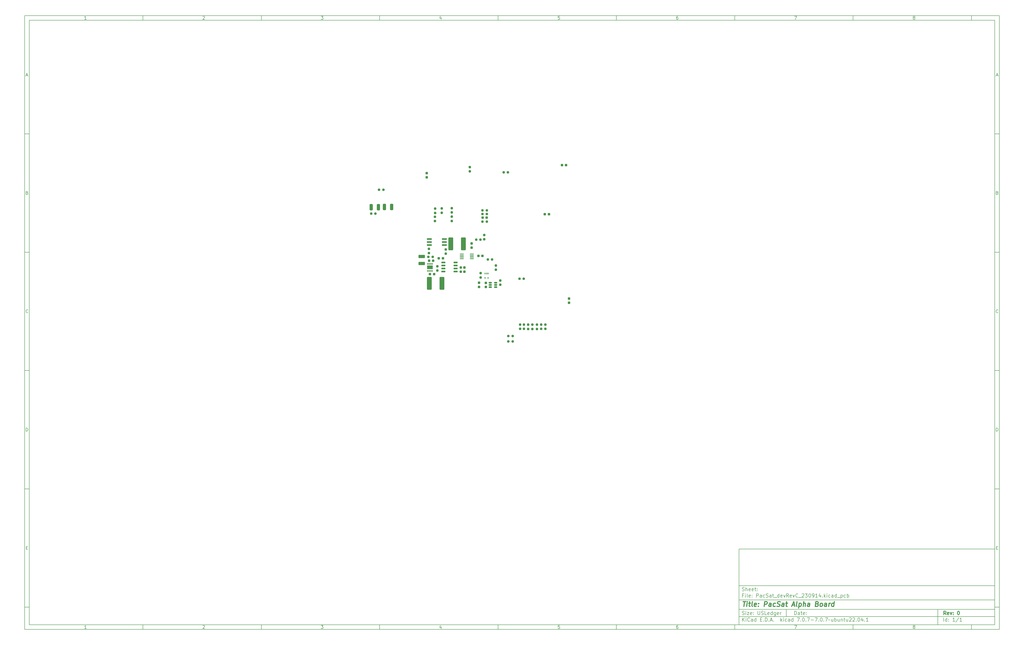
<source format=gbr>
%TF.GenerationSoftware,KiCad,Pcbnew,7.0.7-7.0.7~ubuntu22.04.1*%
%TF.CreationDate,2023-09-14T20:21:40-05:00*%
%TF.ProjectId,PacSat_devRevC_230914,50616353-6174-45f6-9465-76526576435f,0*%
%TF.SameCoordinates,Original*%
%TF.FileFunction,Paste,Bot*%
%TF.FilePolarity,Positive*%
%FSLAX46Y46*%
G04 Gerber Fmt 4.6, Leading zero omitted, Abs format (unit mm)*
G04 Created by KiCad (PCBNEW 7.0.7-7.0.7~ubuntu22.04.1) date 2023-09-14 20:21:40*
%MOMM*%
%LPD*%
G01*
G04 APERTURE LIST*
G04 Aperture macros list*
%AMRoundRect*
0 Rectangle with rounded corners*
0 $1 Rounding radius*
0 $2 $3 $4 $5 $6 $7 $8 $9 X,Y pos of 4 corners*
0 Add a 4 corners polygon primitive as box body*
4,1,4,$2,$3,$4,$5,$6,$7,$8,$9,$2,$3,0*
0 Add four circle primitives for the rounded corners*
1,1,$1+$1,$2,$3*
1,1,$1+$1,$4,$5*
1,1,$1+$1,$6,$7*
1,1,$1+$1,$8,$9*
0 Add four rect primitives between the rounded corners*
20,1,$1+$1,$2,$3,$4,$5,0*
20,1,$1+$1,$4,$5,$6,$7,0*
20,1,$1+$1,$6,$7,$8,$9,0*
20,1,$1+$1,$8,$9,$2,$3,0*%
G04 Aperture macros list end*
%ADD10C,0.100000*%
%ADD11C,0.150000*%
%ADD12C,0.300000*%
%ADD13C,0.400000*%
%ADD14RoundRect,0.237500X-0.250000X-0.237500X0.250000X-0.237500X0.250000X0.237500X-0.250000X0.237500X0*%
%ADD15RoundRect,0.237500X-0.237500X0.250000X-0.237500X-0.250000X0.237500X-0.250000X0.237500X0.250000X0*%
%ADD16RoundRect,0.150000X-0.512500X-0.150000X0.512500X-0.150000X0.512500X0.150000X-0.512500X0.150000X0*%
%ADD17RoundRect,0.249999X-0.737501X-2.450001X0.737501X-2.450001X0.737501X2.450001X-0.737501X2.450001X0*%
%ADD18RoundRect,0.150000X0.725000X0.150000X-0.725000X0.150000X-0.725000X-0.150000X0.725000X-0.150000X0*%
%ADD19RoundRect,0.237500X-0.300000X-0.237500X0.300000X-0.237500X0.300000X0.237500X-0.300000X0.237500X0*%
%ADD20RoundRect,0.237500X-0.237500X0.300000X-0.237500X-0.300000X0.237500X-0.300000X0.237500X0.300000X0*%
%ADD21RoundRect,0.237500X0.250000X0.237500X-0.250000X0.237500X-0.250000X-0.237500X0.250000X-0.237500X0*%
%ADD22RoundRect,0.237500X0.300000X0.237500X-0.300000X0.237500X-0.300000X-0.237500X0.300000X-0.237500X0*%
%ADD23RoundRect,0.249999X0.737501X2.450001X-0.737501X2.450001X-0.737501X-2.450001X0.737501X-2.450001X0*%
%ADD24RoundRect,0.237500X0.237500X-0.250000X0.237500X0.250000X-0.237500X0.250000X-0.237500X-0.250000X0*%
%ADD25RoundRect,0.237500X0.237500X-0.300000X0.237500X0.300000X-0.237500X0.300000X-0.237500X-0.300000X0*%
%ADD26RoundRect,0.100000X0.712500X0.100000X-0.712500X0.100000X-0.712500X-0.100000X0.712500X-0.100000X0*%
%ADD27RoundRect,0.250001X-1.074999X0.462499X-1.074999X-0.462499X1.074999X-0.462499X1.074999X0.462499X0*%
%ADD28R,0.400000X0.650000*%
%ADD29RoundRect,0.250000X0.400000X1.075000X-0.400000X1.075000X-0.400000X-1.075000X0.400000X-1.075000X0*%
%ADD30R,2.000000X0.640000*%
%ADD31R,2.350000X1.580000*%
%ADD32R,0.300000X0.700000*%
G04 APERTURE END LIST*
D10*
D11*
X311800000Y-235400000D02*
X419800000Y-235400000D01*
X419800000Y-267400000D01*
X311800000Y-267400000D01*
X311800000Y-235400000D01*
D10*
D11*
X10000000Y-10000000D02*
X421800000Y-10000000D01*
X421800000Y-269400000D01*
X10000000Y-269400000D01*
X10000000Y-10000000D01*
D10*
D11*
X12000000Y-12000000D02*
X419800000Y-12000000D01*
X419800000Y-267400000D01*
X12000000Y-267400000D01*
X12000000Y-12000000D01*
D10*
D11*
X60000000Y-12000000D02*
X60000000Y-10000000D01*
D10*
D11*
X110000000Y-12000000D02*
X110000000Y-10000000D01*
D10*
D11*
X160000000Y-12000000D02*
X160000000Y-10000000D01*
D10*
D11*
X210000000Y-12000000D02*
X210000000Y-10000000D01*
D10*
D11*
X260000000Y-12000000D02*
X260000000Y-10000000D01*
D10*
D11*
X310000000Y-12000000D02*
X310000000Y-10000000D01*
D10*
D11*
X360000000Y-12000000D02*
X360000000Y-10000000D01*
D10*
D11*
X410000000Y-12000000D02*
X410000000Y-10000000D01*
D10*
D11*
X36089160Y-11593604D02*
X35346303Y-11593604D01*
X35717731Y-11593604D02*
X35717731Y-10293604D01*
X35717731Y-10293604D02*
X35593922Y-10479319D01*
X35593922Y-10479319D02*
X35470112Y-10603128D01*
X35470112Y-10603128D02*
X35346303Y-10665033D01*
D10*
D11*
X85346303Y-10417414D02*
X85408207Y-10355509D01*
X85408207Y-10355509D02*
X85532017Y-10293604D01*
X85532017Y-10293604D02*
X85841541Y-10293604D01*
X85841541Y-10293604D02*
X85965350Y-10355509D01*
X85965350Y-10355509D02*
X86027255Y-10417414D01*
X86027255Y-10417414D02*
X86089160Y-10541223D01*
X86089160Y-10541223D02*
X86089160Y-10665033D01*
X86089160Y-10665033D02*
X86027255Y-10850747D01*
X86027255Y-10850747D02*
X85284398Y-11593604D01*
X85284398Y-11593604D02*
X86089160Y-11593604D01*
D10*
D11*
X135284398Y-10293604D02*
X136089160Y-10293604D01*
X136089160Y-10293604D02*
X135655826Y-10788842D01*
X135655826Y-10788842D02*
X135841541Y-10788842D01*
X135841541Y-10788842D02*
X135965350Y-10850747D01*
X135965350Y-10850747D02*
X136027255Y-10912652D01*
X136027255Y-10912652D02*
X136089160Y-11036461D01*
X136089160Y-11036461D02*
X136089160Y-11345985D01*
X136089160Y-11345985D02*
X136027255Y-11469795D01*
X136027255Y-11469795D02*
X135965350Y-11531700D01*
X135965350Y-11531700D02*
X135841541Y-11593604D01*
X135841541Y-11593604D02*
X135470112Y-11593604D01*
X135470112Y-11593604D02*
X135346303Y-11531700D01*
X135346303Y-11531700D02*
X135284398Y-11469795D01*
D10*
D11*
X185965350Y-10726938D02*
X185965350Y-11593604D01*
X185655826Y-10231700D02*
X185346303Y-11160271D01*
X185346303Y-11160271D02*
X186151064Y-11160271D01*
D10*
D11*
X236027255Y-10293604D02*
X235408207Y-10293604D01*
X235408207Y-10293604D02*
X235346303Y-10912652D01*
X235346303Y-10912652D02*
X235408207Y-10850747D01*
X235408207Y-10850747D02*
X235532017Y-10788842D01*
X235532017Y-10788842D02*
X235841541Y-10788842D01*
X235841541Y-10788842D02*
X235965350Y-10850747D01*
X235965350Y-10850747D02*
X236027255Y-10912652D01*
X236027255Y-10912652D02*
X236089160Y-11036461D01*
X236089160Y-11036461D02*
X236089160Y-11345985D01*
X236089160Y-11345985D02*
X236027255Y-11469795D01*
X236027255Y-11469795D02*
X235965350Y-11531700D01*
X235965350Y-11531700D02*
X235841541Y-11593604D01*
X235841541Y-11593604D02*
X235532017Y-11593604D01*
X235532017Y-11593604D02*
X235408207Y-11531700D01*
X235408207Y-11531700D02*
X235346303Y-11469795D01*
D10*
D11*
X285965350Y-10293604D02*
X285717731Y-10293604D01*
X285717731Y-10293604D02*
X285593922Y-10355509D01*
X285593922Y-10355509D02*
X285532017Y-10417414D01*
X285532017Y-10417414D02*
X285408207Y-10603128D01*
X285408207Y-10603128D02*
X285346303Y-10850747D01*
X285346303Y-10850747D02*
X285346303Y-11345985D01*
X285346303Y-11345985D02*
X285408207Y-11469795D01*
X285408207Y-11469795D02*
X285470112Y-11531700D01*
X285470112Y-11531700D02*
X285593922Y-11593604D01*
X285593922Y-11593604D02*
X285841541Y-11593604D01*
X285841541Y-11593604D02*
X285965350Y-11531700D01*
X285965350Y-11531700D02*
X286027255Y-11469795D01*
X286027255Y-11469795D02*
X286089160Y-11345985D01*
X286089160Y-11345985D02*
X286089160Y-11036461D01*
X286089160Y-11036461D02*
X286027255Y-10912652D01*
X286027255Y-10912652D02*
X285965350Y-10850747D01*
X285965350Y-10850747D02*
X285841541Y-10788842D01*
X285841541Y-10788842D02*
X285593922Y-10788842D01*
X285593922Y-10788842D02*
X285470112Y-10850747D01*
X285470112Y-10850747D02*
X285408207Y-10912652D01*
X285408207Y-10912652D02*
X285346303Y-11036461D01*
D10*
D11*
X335284398Y-10293604D02*
X336151064Y-10293604D01*
X336151064Y-10293604D02*
X335593922Y-11593604D01*
D10*
D11*
X385593922Y-10850747D02*
X385470112Y-10788842D01*
X385470112Y-10788842D02*
X385408207Y-10726938D01*
X385408207Y-10726938D02*
X385346303Y-10603128D01*
X385346303Y-10603128D02*
X385346303Y-10541223D01*
X385346303Y-10541223D02*
X385408207Y-10417414D01*
X385408207Y-10417414D02*
X385470112Y-10355509D01*
X385470112Y-10355509D02*
X385593922Y-10293604D01*
X385593922Y-10293604D02*
X385841541Y-10293604D01*
X385841541Y-10293604D02*
X385965350Y-10355509D01*
X385965350Y-10355509D02*
X386027255Y-10417414D01*
X386027255Y-10417414D02*
X386089160Y-10541223D01*
X386089160Y-10541223D02*
X386089160Y-10603128D01*
X386089160Y-10603128D02*
X386027255Y-10726938D01*
X386027255Y-10726938D02*
X385965350Y-10788842D01*
X385965350Y-10788842D02*
X385841541Y-10850747D01*
X385841541Y-10850747D02*
X385593922Y-10850747D01*
X385593922Y-10850747D02*
X385470112Y-10912652D01*
X385470112Y-10912652D02*
X385408207Y-10974557D01*
X385408207Y-10974557D02*
X385346303Y-11098366D01*
X385346303Y-11098366D02*
X385346303Y-11345985D01*
X385346303Y-11345985D02*
X385408207Y-11469795D01*
X385408207Y-11469795D02*
X385470112Y-11531700D01*
X385470112Y-11531700D02*
X385593922Y-11593604D01*
X385593922Y-11593604D02*
X385841541Y-11593604D01*
X385841541Y-11593604D02*
X385965350Y-11531700D01*
X385965350Y-11531700D02*
X386027255Y-11469795D01*
X386027255Y-11469795D02*
X386089160Y-11345985D01*
X386089160Y-11345985D02*
X386089160Y-11098366D01*
X386089160Y-11098366D02*
X386027255Y-10974557D01*
X386027255Y-10974557D02*
X385965350Y-10912652D01*
X385965350Y-10912652D02*
X385841541Y-10850747D01*
D10*
D11*
X60000000Y-267400000D02*
X60000000Y-269400000D01*
D10*
D11*
X110000000Y-267400000D02*
X110000000Y-269400000D01*
D10*
D11*
X160000000Y-267400000D02*
X160000000Y-269400000D01*
D10*
D11*
X210000000Y-267400000D02*
X210000000Y-269400000D01*
D10*
D11*
X260000000Y-267400000D02*
X260000000Y-269400000D01*
D10*
D11*
X310000000Y-267400000D02*
X310000000Y-269400000D01*
D10*
D11*
X360000000Y-267400000D02*
X360000000Y-269400000D01*
D10*
D11*
X410000000Y-267400000D02*
X410000000Y-269400000D01*
D10*
D11*
X36089160Y-268993604D02*
X35346303Y-268993604D01*
X35717731Y-268993604D02*
X35717731Y-267693604D01*
X35717731Y-267693604D02*
X35593922Y-267879319D01*
X35593922Y-267879319D02*
X35470112Y-268003128D01*
X35470112Y-268003128D02*
X35346303Y-268065033D01*
D10*
D11*
X85346303Y-267817414D02*
X85408207Y-267755509D01*
X85408207Y-267755509D02*
X85532017Y-267693604D01*
X85532017Y-267693604D02*
X85841541Y-267693604D01*
X85841541Y-267693604D02*
X85965350Y-267755509D01*
X85965350Y-267755509D02*
X86027255Y-267817414D01*
X86027255Y-267817414D02*
X86089160Y-267941223D01*
X86089160Y-267941223D02*
X86089160Y-268065033D01*
X86089160Y-268065033D02*
X86027255Y-268250747D01*
X86027255Y-268250747D02*
X85284398Y-268993604D01*
X85284398Y-268993604D02*
X86089160Y-268993604D01*
D10*
D11*
X135284398Y-267693604D02*
X136089160Y-267693604D01*
X136089160Y-267693604D02*
X135655826Y-268188842D01*
X135655826Y-268188842D02*
X135841541Y-268188842D01*
X135841541Y-268188842D02*
X135965350Y-268250747D01*
X135965350Y-268250747D02*
X136027255Y-268312652D01*
X136027255Y-268312652D02*
X136089160Y-268436461D01*
X136089160Y-268436461D02*
X136089160Y-268745985D01*
X136089160Y-268745985D02*
X136027255Y-268869795D01*
X136027255Y-268869795D02*
X135965350Y-268931700D01*
X135965350Y-268931700D02*
X135841541Y-268993604D01*
X135841541Y-268993604D02*
X135470112Y-268993604D01*
X135470112Y-268993604D02*
X135346303Y-268931700D01*
X135346303Y-268931700D02*
X135284398Y-268869795D01*
D10*
D11*
X185965350Y-268126938D02*
X185965350Y-268993604D01*
X185655826Y-267631700D02*
X185346303Y-268560271D01*
X185346303Y-268560271D02*
X186151064Y-268560271D01*
D10*
D11*
X236027255Y-267693604D02*
X235408207Y-267693604D01*
X235408207Y-267693604D02*
X235346303Y-268312652D01*
X235346303Y-268312652D02*
X235408207Y-268250747D01*
X235408207Y-268250747D02*
X235532017Y-268188842D01*
X235532017Y-268188842D02*
X235841541Y-268188842D01*
X235841541Y-268188842D02*
X235965350Y-268250747D01*
X235965350Y-268250747D02*
X236027255Y-268312652D01*
X236027255Y-268312652D02*
X236089160Y-268436461D01*
X236089160Y-268436461D02*
X236089160Y-268745985D01*
X236089160Y-268745985D02*
X236027255Y-268869795D01*
X236027255Y-268869795D02*
X235965350Y-268931700D01*
X235965350Y-268931700D02*
X235841541Y-268993604D01*
X235841541Y-268993604D02*
X235532017Y-268993604D01*
X235532017Y-268993604D02*
X235408207Y-268931700D01*
X235408207Y-268931700D02*
X235346303Y-268869795D01*
D10*
D11*
X285965350Y-267693604D02*
X285717731Y-267693604D01*
X285717731Y-267693604D02*
X285593922Y-267755509D01*
X285593922Y-267755509D02*
X285532017Y-267817414D01*
X285532017Y-267817414D02*
X285408207Y-268003128D01*
X285408207Y-268003128D02*
X285346303Y-268250747D01*
X285346303Y-268250747D02*
X285346303Y-268745985D01*
X285346303Y-268745985D02*
X285408207Y-268869795D01*
X285408207Y-268869795D02*
X285470112Y-268931700D01*
X285470112Y-268931700D02*
X285593922Y-268993604D01*
X285593922Y-268993604D02*
X285841541Y-268993604D01*
X285841541Y-268993604D02*
X285965350Y-268931700D01*
X285965350Y-268931700D02*
X286027255Y-268869795D01*
X286027255Y-268869795D02*
X286089160Y-268745985D01*
X286089160Y-268745985D02*
X286089160Y-268436461D01*
X286089160Y-268436461D02*
X286027255Y-268312652D01*
X286027255Y-268312652D02*
X285965350Y-268250747D01*
X285965350Y-268250747D02*
X285841541Y-268188842D01*
X285841541Y-268188842D02*
X285593922Y-268188842D01*
X285593922Y-268188842D02*
X285470112Y-268250747D01*
X285470112Y-268250747D02*
X285408207Y-268312652D01*
X285408207Y-268312652D02*
X285346303Y-268436461D01*
D10*
D11*
X335284398Y-267693604D02*
X336151064Y-267693604D01*
X336151064Y-267693604D02*
X335593922Y-268993604D01*
D10*
D11*
X385593922Y-268250747D02*
X385470112Y-268188842D01*
X385470112Y-268188842D02*
X385408207Y-268126938D01*
X385408207Y-268126938D02*
X385346303Y-268003128D01*
X385346303Y-268003128D02*
X385346303Y-267941223D01*
X385346303Y-267941223D02*
X385408207Y-267817414D01*
X385408207Y-267817414D02*
X385470112Y-267755509D01*
X385470112Y-267755509D02*
X385593922Y-267693604D01*
X385593922Y-267693604D02*
X385841541Y-267693604D01*
X385841541Y-267693604D02*
X385965350Y-267755509D01*
X385965350Y-267755509D02*
X386027255Y-267817414D01*
X386027255Y-267817414D02*
X386089160Y-267941223D01*
X386089160Y-267941223D02*
X386089160Y-268003128D01*
X386089160Y-268003128D02*
X386027255Y-268126938D01*
X386027255Y-268126938D02*
X385965350Y-268188842D01*
X385965350Y-268188842D02*
X385841541Y-268250747D01*
X385841541Y-268250747D02*
X385593922Y-268250747D01*
X385593922Y-268250747D02*
X385470112Y-268312652D01*
X385470112Y-268312652D02*
X385408207Y-268374557D01*
X385408207Y-268374557D02*
X385346303Y-268498366D01*
X385346303Y-268498366D02*
X385346303Y-268745985D01*
X385346303Y-268745985D02*
X385408207Y-268869795D01*
X385408207Y-268869795D02*
X385470112Y-268931700D01*
X385470112Y-268931700D02*
X385593922Y-268993604D01*
X385593922Y-268993604D02*
X385841541Y-268993604D01*
X385841541Y-268993604D02*
X385965350Y-268931700D01*
X385965350Y-268931700D02*
X386027255Y-268869795D01*
X386027255Y-268869795D02*
X386089160Y-268745985D01*
X386089160Y-268745985D02*
X386089160Y-268498366D01*
X386089160Y-268498366D02*
X386027255Y-268374557D01*
X386027255Y-268374557D02*
X385965350Y-268312652D01*
X385965350Y-268312652D02*
X385841541Y-268250747D01*
D10*
D11*
X10000000Y-60000000D02*
X12000000Y-60000000D01*
D10*
D11*
X10000000Y-110000000D02*
X12000000Y-110000000D01*
D10*
D11*
X10000000Y-160000000D02*
X12000000Y-160000000D01*
D10*
D11*
X10000000Y-210000000D02*
X12000000Y-210000000D01*
D10*
D11*
X10000000Y-260000000D02*
X12000000Y-260000000D01*
D10*
D11*
X10690476Y-35222176D02*
X11309523Y-35222176D01*
X10566666Y-35593604D02*
X10999999Y-34293604D01*
X10999999Y-34293604D02*
X11433333Y-35593604D01*
D10*
D11*
X11092857Y-84912652D02*
X11278571Y-84974557D01*
X11278571Y-84974557D02*
X11340476Y-85036461D01*
X11340476Y-85036461D02*
X11402380Y-85160271D01*
X11402380Y-85160271D02*
X11402380Y-85345985D01*
X11402380Y-85345985D02*
X11340476Y-85469795D01*
X11340476Y-85469795D02*
X11278571Y-85531700D01*
X11278571Y-85531700D02*
X11154761Y-85593604D01*
X11154761Y-85593604D02*
X10659523Y-85593604D01*
X10659523Y-85593604D02*
X10659523Y-84293604D01*
X10659523Y-84293604D02*
X11092857Y-84293604D01*
X11092857Y-84293604D02*
X11216666Y-84355509D01*
X11216666Y-84355509D02*
X11278571Y-84417414D01*
X11278571Y-84417414D02*
X11340476Y-84541223D01*
X11340476Y-84541223D02*
X11340476Y-84665033D01*
X11340476Y-84665033D02*
X11278571Y-84788842D01*
X11278571Y-84788842D02*
X11216666Y-84850747D01*
X11216666Y-84850747D02*
X11092857Y-84912652D01*
X11092857Y-84912652D02*
X10659523Y-84912652D01*
D10*
D11*
X11402380Y-135469795D02*
X11340476Y-135531700D01*
X11340476Y-135531700D02*
X11154761Y-135593604D01*
X11154761Y-135593604D02*
X11030952Y-135593604D01*
X11030952Y-135593604D02*
X10845238Y-135531700D01*
X10845238Y-135531700D02*
X10721428Y-135407890D01*
X10721428Y-135407890D02*
X10659523Y-135284080D01*
X10659523Y-135284080D02*
X10597619Y-135036461D01*
X10597619Y-135036461D02*
X10597619Y-134850747D01*
X10597619Y-134850747D02*
X10659523Y-134603128D01*
X10659523Y-134603128D02*
X10721428Y-134479319D01*
X10721428Y-134479319D02*
X10845238Y-134355509D01*
X10845238Y-134355509D02*
X11030952Y-134293604D01*
X11030952Y-134293604D02*
X11154761Y-134293604D01*
X11154761Y-134293604D02*
X11340476Y-134355509D01*
X11340476Y-134355509D02*
X11402380Y-134417414D01*
D10*
D11*
X10659523Y-185593604D02*
X10659523Y-184293604D01*
X10659523Y-184293604D02*
X10969047Y-184293604D01*
X10969047Y-184293604D02*
X11154761Y-184355509D01*
X11154761Y-184355509D02*
X11278571Y-184479319D01*
X11278571Y-184479319D02*
X11340476Y-184603128D01*
X11340476Y-184603128D02*
X11402380Y-184850747D01*
X11402380Y-184850747D02*
X11402380Y-185036461D01*
X11402380Y-185036461D02*
X11340476Y-185284080D01*
X11340476Y-185284080D02*
X11278571Y-185407890D01*
X11278571Y-185407890D02*
X11154761Y-185531700D01*
X11154761Y-185531700D02*
X10969047Y-185593604D01*
X10969047Y-185593604D02*
X10659523Y-185593604D01*
D10*
D11*
X10721428Y-234912652D02*
X11154762Y-234912652D01*
X11340476Y-235593604D02*
X10721428Y-235593604D01*
X10721428Y-235593604D02*
X10721428Y-234293604D01*
X10721428Y-234293604D02*
X11340476Y-234293604D01*
D10*
D11*
X421800000Y-60000000D02*
X419800000Y-60000000D01*
D10*
D11*
X421800000Y-110000000D02*
X419800000Y-110000000D01*
D10*
D11*
X421800000Y-160000000D02*
X419800000Y-160000000D01*
D10*
D11*
X421800000Y-210000000D02*
X419800000Y-210000000D01*
D10*
D11*
X421800000Y-260000000D02*
X419800000Y-260000000D01*
D10*
D11*
X420490476Y-35222176D02*
X421109523Y-35222176D01*
X420366666Y-35593604D02*
X420799999Y-34293604D01*
X420799999Y-34293604D02*
X421233333Y-35593604D01*
D10*
D11*
X420892857Y-84912652D02*
X421078571Y-84974557D01*
X421078571Y-84974557D02*
X421140476Y-85036461D01*
X421140476Y-85036461D02*
X421202380Y-85160271D01*
X421202380Y-85160271D02*
X421202380Y-85345985D01*
X421202380Y-85345985D02*
X421140476Y-85469795D01*
X421140476Y-85469795D02*
X421078571Y-85531700D01*
X421078571Y-85531700D02*
X420954761Y-85593604D01*
X420954761Y-85593604D02*
X420459523Y-85593604D01*
X420459523Y-85593604D02*
X420459523Y-84293604D01*
X420459523Y-84293604D02*
X420892857Y-84293604D01*
X420892857Y-84293604D02*
X421016666Y-84355509D01*
X421016666Y-84355509D02*
X421078571Y-84417414D01*
X421078571Y-84417414D02*
X421140476Y-84541223D01*
X421140476Y-84541223D02*
X421140476Y-84665033D01*
X421140476Y-84665033D02*
X421078571Y-84788842D01*
X421078571Y-84788842D02*
X421016666Y-84850747D01*
X421016666Y-84850747D02*
X420892857Y-84912652D01*
X420892857Y-84912652D02*
X420459523Y-84912652D01*
D10*
D11*
X421202380Y-135469795D02*
X421140476Y-135531700D01*
X421140476Y-135531700D02*
X420954761Y-135593604D01*
X420954761Y-135593604D02*
X420830952Y-135593604D01*
X420830952Y-135593604D02*
X420645238Y-135531700D01*
X420645238Y-135531700D02*
X420521428Y-135407890D01*
X420521428Y-135407890D02*
X420459523Y-135284080D01*
X420459523Y-135284080D02*
X420397619Y-135036461D01*
X420397619Y-135036461D02*
X420397619Y-134850747D01*
X420397619Y-134850747D02*
X420459523Y-134603128D01*
X420459523Y-134603128D02*
X420521428Y-134479319D01*
X420521428Y-134479319D02*
X420645238Y-134355509D01*
X420645238Y-134355509D02*
X420830952Y-134293604D01*
X420830952Y-134293604D02*
X420954761Y-134293604D01*
X420954761Y-134293604D02*
X421140476Y-134355509D01*
X421140476Y-134355509D02*
X421202380Y-134417414D01*
D10*
D11*
X420459523Y-185593604D02*
X420459523Y-184293604D01*
X420459523Y-184293604D02*
X420769047Y-184293604D01*
X420769047Y-184293604D02*
X420954761Y-184355509D01*
X420954761Y-184355509D02*
X421078571Y-184479319D01*
X421078571Y-184479319D02*
X421140476Y-184603128D01*
X421140476Y-184603128D02*
X421202380Y-184850747D01*
X421202380Y-184850747D02*
X421202380Y-185036461D01*
X421202380Y-185036461D02*
X421140476Y-185284080D01*
X421140476Y-185284080D02*
X421078571Y-185407890D01*
X421078571Y-185407890D02*
X420954761Y-185531700D01*
X420954761Y-185531700D02*
X420769047Y-185593604D01*
X420769047Y-185593604D02*
X420459523Y-185593604D01*
D10*
D11*
X420521428Y-234912652D02*
X420954762Y-234912652D01*
X421140476Y-235593604D02*
X420521428Y-235593604D01*
X420521428Y-235593604D02*
X420521428Y-234293604D01*
X420521428Y-234293604D02*
X421140476Y-234293604D01*
D10*
D11*
X335255826Y-263186128D02*
X335255826Y-261686128D01*
X335255826Y-261686128D02*
X335612969Y-261686128D01*
X335612969Y-261686128D02*
X335827255Y-261757557D01*
X335827255Y-261757557D02*
X335970112Y-261900414D01*
X335970112Y-261900414D02*
X336041541Y-262043271D01*
X336041541Y-262043271D02*
X336112969Y-262328985D01*
X336112969Y-262328985D02*
X336112969Y-262543271D01*
X336112969Y-262543271D02*
X336041541Y-262828985D01*
X336041541Y-262828985D02*
X335970112Y-262971842D01*
X335970112Y-262971842D02*
X335827255Y-263114700D01*
X335827255Y-263114700D02*
X335612969Y-263186128D01*
X335612969Y-263186128D02*
X335255826Y-263186128D01*
X337398684Y-263186128D02*
X337398684Y-262400414D01*
X337398684Y-262400414D02*
X337327255Y-262257557D01*
X337327255Y-262257557D02*
X337184398Y-262186128D01*
X337184398Y-262186128D02*
X336898684Y-262186128D01*
X336898684Y-262186128D02*
X336755826Y-262257557D01*
X337398684Y-263114700D02*
X337255826Y-263186128D01*
X337255826Y-263186128D02*
X336898684Y-263186128D01*
X336898684Y-263186128D02*
X336755826Y-263114700D01*
X336755826Y-263114700D02*
X336684398Y-262971842D01*
X336684398Y-262971842D02*
X336684398Y-262828985D01*
X336684398Y-262828985D02*
X336755826Y-262686128D01*
X336755826Y-262686128D02*
X336898684Y-262614700D01*
X336898684Y-262614700D02*
X337255826Y-262614700D01*
X337255826Y-262614700D02*
X337398684Y-262543271D01*
X337898684Y-262186128D02*
X338470112Y-262186128D01*
X338112969Y-261686128D02*
X338112969Y-262971842D01*
X338112969Y-262971842D02*
X338184398Y-263114700D01*
X338184398Y-263114700D02*
X338327255Y-263186128D01*
X338327255Y-263186128D02*
X338470112Y-263186128D01*
X339541541Y-263114700D02*
X339398684Y-263186128D01*
X339398684Y-263186128D02*
X339112970Y-263186128D01*
X339112970Y-263186128D02*
X338970112Y-263114700D01*
X338970112Y-263114700D02*
X338898684Y-262971842D01*
X338898684Y-262971842D02*
X338898684Y-262400414D01*
X338898684Y-262400414D02*
X338970112Y-262257557D01*
X338970112Y-262257557D02*
X339112970Y-262186128D01*
X339112970Y-262186128D02*
X339398684Y-262186128D01*
X339398684Y-262186128D02*
X339541541Y-262257557D01*
X339541541Y-262257557D02*
X339612970Y-262400414D01*
X339612970Y-262400414D02*
X339612970Y-262543271D01*
X339612970Y-262543271D02*
X338898684Y-262686128D01*
X340255826Y-263043271D02*
X340327255Y-263114700D01*
X340327255Y-263114700D02*
X340255826Y-263186128D01*
X340255826Y-263186128D02*
X340184398Y-263114700D01*
X340184398Y-263114700D02*
X340255826Y-263043271D01*
X340255826Y-263043271D02*
X340255826Y-263186128D01*
X340255826Y-262257557D02*
X340327255Y-262328985D01*
X340327255Y-262328985D02*
X340255826Y-262400414D01*
X340255826Y-262400414D02*
X340184398Y-262328985D01*
X340184398Y-262328985D02*
X340255826Y-262257557D01*
X340255826Y-262257557D02*
X340255826Y-262400414D01*
D10*
D11*
X311800000Y-263900000D02*
X419800000Y-263900000D01*
D10*
D11*
X313255826Y-265986128D02*
X313255826Y-264486128D01*
X314112969Y-265986128D02*
X313470112Y-265128985D01*
X314112969Y-264486128D02*
X313255826Y-265343271D01*
X314755826Y-265986128D02*
X314755826Y-264986128D01*
X314755826Y-264486128D02*
X314684398Y-264557557D01*
X314684398Y-264557557D02*
X314755826Y-264628985D01*
X314755826Y-264628985D02*
X314827255Y-264557557D01*
X314827255Y-264557557D02*
X314755826Y-264486128D01*
X314755826Y-264486128D02*
X314755826Y-264628985D01*
X316327255Y-265843271D02*
X316255827Y-265914700D01*
X316255827Y-265914700D02*
X316041541Y-265986128D01*
X316041541Y-265986128D02*
X315898684Y-265986128D01*
X315898684Y-265986128D02*
X315684398Y-265914700D01*
X315684398Y-265914700D02*
X315541541Y-265771842D01*
X315541541Y-265771842D02*
X315470112Y-265628985D01*
X315470112Y-265628985D02*
X315398684Y-265343271D01*
X315398684Y-265343271D02*
X315398684Y-265128985D01*
X315398684Y-265128985D02*
X315470112Y-264843271D01*
X315470112Y-264843271D02*
X315541541Y-264700414D01*
X315541541Y-264700414D02*
X315684398Y-264557557D01*
X315684398Y-264557557D02*
X315898684Y-264486128D01*
X315898684Y-264486128D02*
X316041541Y-264486128D01*
X316041541Y-264486128D02*
X316255827Y-264557557D01*
X316255827Y-264557557D02*
X316327255Y-264628985D01*
X317612970Y-265986128D02*
X317612970Y-265200414D01*
X317612970Y-265200414D02*
X317541541Y-265057557D01*
X317541541Y-265057557D02*
X317398684Y-264986128D01*
X317398684Y-264986128D02*
X317112970Y-264986128D01*
X317112970Y-264986128D02*
X316970112Y-265057557D01*
X317612970Y-265914700D02*
X317470112Y-265986128D01*
X317470112Y-265986128D02*
X317112970Y-265986128D01*
X317112970Y-265986128D02*
X316970112Y-265914700D01*
X316970112Y-265914700D02*
X316898684Y-265771842D01*
X316898684Y-265771842D02*
X316898684Y-265628985D01*
X316898684Y-265628985D02*
X316970112Y-265486128D01*
X316970112Y-265486128D02*
X317112970Y-265414700D01*
X317112970Y-265414700D02*
X317470112Y-265414700D01*
X317470112Y-265414700D02*
X317612970Y-265343271D01*
X318970113Y-265986128D02*
X318970113Y-264486128D01*
X318970113Y-265914700D02*
X318827255Y-265986128D01*
X318827255Y-265986128D02*
X318541541Y-265986128D01*
X318541541Y-265986128D02*
X318398684Y-265914700D01*
X318398684Y-265914700D02*
X318327255Y-265843271D01*
X318327255Y-265843271D02*
X318255827Y-265700414D01*
X318255827Y-265700414D02*
X318255827Y-265271842D01*
X318255827Y-265271842D02*
X318327255Y-265128985D01*
X318327255Y-265128985D02*
X318398684Y-265057557D01*
X318398684Y-265057557D02*
X318541541Y-264986128D01*
X318541541Y-264986128D02*
X318827255Y-264986128D01*
X318827255Y-264986128D02*
X318970113Y-265057557D01*
X320827255Y-265200414D02*
X321327255Y-265200414D01*
X321541541Y-265986128D02*
X320827255Y-265986128D01*
X320827255Y-265986128D02*
X320827255Y-264486128D01*
X320827255Y-264486128D02*
X321541541Y-264486128D01*
X322184398Y-265843271D02*
X322255827Y-265914700D01*
X322255827Y-265914700D02*
X322184398Y-265986128D01*
X322184398Y-265986128D02*
X322112970Y-265914700D01*
X322112970Y-265914700D02*
X322184398Y-265843271D01*
X322184398Y-265843271D02*
X322184398Y-265986128D01*
X322898684Y-265986128D02*
X322898684Y-264486128D01*
X322898684Y-264486128D02*
X323255827Y-264486128D01*
X323255827Y-264486128D02*
X323470113Y-264557557D01*
X323470113Y-264557557D02*
X323612970Y-264700414D01*
X323612970Y-264700414D02*
X323684399Y-264843271D01*
X323684399Y-264843271D02*
X323755827Y-265128985D01*
X323755827Y-265128985D02*
X323755827Y-265343271D01*
X323755827Y-265343271D02*
X323684399Y-265628985D01*
X323684399Y-265628985D02*
X323612970Y-265771842D01*
X323612970Y-265771842D02*
X323470113Y-265914700D01*
X323470113Y-265914700D02*
X323255827Y-265986128D01*
X323255827Y-265986128D02*
X322898684Y-265986128D01*
X324398684Y-265843271D02*
X324470113Y-265914700D01*
X324470113Y-265914700D02*
X324398684Y-265986128D01*
X324398684Y-265986128D02*
X324327256Y-265914700D01*
X324327256Y-265914700D02*
X324398684Y-265843271D01*
X324398684Y-265843271D02*
X324398684Y-265986128D01*
X325041542Y-265557557D02*
X325755828Y-265557557D01*
X324898685Y-265986128D02*
X325398685Y-264486128D01*
X325398685Y-264486128D02*
X325898685Y-265986128D01*
X326398684Y-265843271D02*
X326470113Y-265914700D01*
X326470113Y-265914700D02*
X326398684Y-265986128D01*
X326398684Y-265986128D02*
X326327256Y-265914700D01*
X326327256Y-265914700D02*
X326398684Y-265843271D01*
X326398684Y-265843271D02*
X326398684Y-265986128D01*
X329398684Y-265986128D02*
X329398684Y-264486128D01*
X329541542Y-265414700D02*
X329970113Y-265986128D01*
X329970113Y-264986128D02*
X329398684Y-265557557D01*
X330612970Y-265986128D02*
X330612970Y-264986128D01*
X330612970Y-264486128D02*
X330541542Y-264557557D01*
X330541542Y-264557557D02*
X330612970Y-264628985D01*
X330612970Y-264628985D02*
X330684399Y-264557557D01*
X330684399Y-264557557D02*
X330612970Y-264486128D01*
X330612970Y-264486128D02*
X330612970Y-264628985D01*
X331970114Y-265914700D02*
X331827256Y-265986128D01*
X331827256Y-265986128D02*
X331541542Y-265986128D01*
X331541542Y-265986128D02*
X331398685Y-265914700D01*
X331398685Y-265914700D02*
X331327256Y-265843271D01*
X331327256Y-265843271D02*
X331255828Y-265700414D01*
X331255828Y-265700414D02*
X331255828Y-265271842D01*
X331255828Y-265271842D02*
X331327256Y-265128985D01*
X331327256Y-265128985D02*
X331398685Y-265057557D01*
X331398685Y-265057557D02*
X331541542Y-264986128D01*
X331541542Y-264986128D02*
X331827256Y-264986128D01*
X331827256Y-264986128D02*
X331970114Y-265057557D01*
X333255828Y-265986128D02*
X333255828Y-265200414D01*
X333255828Y-265200414D02*
X333184399Y-265057557D01*
X333184399Y-265057557D02*
X333041542Y-264986128D01*
X333041542Y-264986128D02*
X332755828Y-264986128D01*
X332755828Y-264986128D02*
X332612970Y-265057557D01*
X333255828Y-265914700D02*
X333112970Y-265986128D01*
X333112970Y-265986128D02*
X332755828Y-265986128D01*
X332755828Y-265986128D02*
X332612970Y-265914700D01*
X332612970Y-265914700D02*
X332541542Y-265771842D01*
X332541542Y-265771842D02*
X332541542Y-265628985D01*
X332541542Y-265628985D02*
X332612970Y-265486128D01*
X332612970Y-265486128D02*
X332755828Y-265414700D01*
X332755828Y-265414700D02*
X333112970Y-265414700D01*
X333112970Y-265414700D02*
X333255828Y-265343271D01*
X334612971Y-265986128D02*
X334612971Y-264486128D01*
X334612971Y-265914700D02*
X334470113Y-265986128D01*
X334470113Y-265986128D02*
X334184399Y-265986128D01*
X334184399Y-265986128D02*
X334041542Y-265914700D01*
X334041542Y-265914700D02*
X333970113Y-265843271D01*
X333970113Y-265843271D02*
X333898685Y-265700414D01*
X333898685Y-265700414D02*
X333898685Y-265271842D01*
X333898685Y-265271842D02*
X333970113Y-265128985D01*
X333970113Y-265128985D02*
X334041542Y-265057557D01*
X334041542Y-265057557D02*
X334184399Y-264986128D01*
X334184399Y-264986128D02*
X334470113Y-264986128D01*
X334470113Y-264986128D02*
X334612971Y-265057557D01*
X336327256Y-264486128D02*
X337327256Y-264486128D01*
X337327256Y-264486128D02*
X336684399Y-265986128D01*
X337898684Y-265843271D02*
X337970113Y-265914700D01*
X337970113Y-265914700D02*
X337898684Y-265986128D01*
X337898684Y-265986128D02*
X337827256Y-265914700D01*
X337827256Y-265914700D02*
X337898684Y-265843271D01*
X337898684Y-265843271D02*
X337898684Y-265986128D01*
X338898685Y-264486128D02*
X339041542Y-264486128D01*
X339041542Y-264486128D02*
X339184399Y-264557557D01*
X339184399Y-264557557D02*
X339255828Y-264628985D01*
X339255828Y-264628985D02*
X339327256Y-264771842D01*
X339327256Y-264771842D02*
X339398685Y-265057557D01*
X339398685Y-265057557D02*
X339398685Y-265414700D01*
X339398685Y-265414700D02*
X339327256Y-265700414D01*
X339327256Y-265700414D02*
X339255828Y-265843271D01*
X339255828Y-265843271D02*
X339184399Y-265914700D01*
X339184399Y-265914700D02*
X339041542Y-265986128D01*
X339041542Y-265986128D02*
X338898685Y-265986128D01*
X338898685Y-265986128D02*
X338755828Y-265914700D01*
X338755828Y-265914700D02*
X338684399Y-265843271D01*
X338684399Y-265843271D02*
X338612970Y-265700414D01*
X338612970Y-265700414D02*
X338541542Y-265414700D01*
X338541542Y-265414700D02*
X338541542Y-265057557D01*
X338541542Y-265057557D02*
X338612970Y-264771842D01*
X338612970Y-264771842D02*
X338684399Y-264628985D01*
X338684399Y-264628985D02*
X338755828Y-264557557D01*
X338755828Y-264557557D02*
X338898685Y-264486128D01*
X340041541Y-265843271D02*
X340112970Y-265914700D01*
X340112970Y-265914700D02*
X340041541Y-265986128D01*
X340041541Y-265986128D02*
X339970113Y-265914700D01*
X339970113Y-265914700D02*
X340041541Y-265843271D01*
X340041541Y-265843271D02*
X340041541Y-265986128D01*
X340612970Y-264486128D02*
X341612970Y-264486128D01*
X341612970Y-264486128D02*
X340970113Y-265986128D01*
X342184398Y-265414700D02*
X343327256Y-265414700D01*
X343898684Y-264486128D02*
X344898684Y-264486128D01*
X344898684Y-264486128D02*
X344255827Y-265986128D01*
X345470112Y-265843271D02*
X345541541Y-265914700D01*
X345541541Y-265914700D02*
X345470112Y-265986128D01*
X345470112Y-265986128D02*
X345398684Y-265914700D01*
X345398684Y-265914700D02*
X345470112Y-265843271D01*
X345470112Y-265843271D02*
X345470112Y-265986128D01*
X346470113Y-264486128D02*
X346612970Y-264486128D01*
X346612970Y-264486128D02*
X346755827Y-264557557D01*
X346755827Y-264557557D02*
X346827256Y-264628985D01*
X346827256Y-264628985D02*
X346898684Y-264771842D01*
X346898684Y-264771842D02*
X346970113Y-265057557D01*
X346970113Y-265057557D02*
X346970113Y-265414700D01*
X346970113Y-265414700D02*
X346898684Y-265700414D01*
X346898684Y-265700414D02*
X346827256Y-265843271D01*
X346827256Y-265843271D02*
X346755827Y-265914700D01*
X346755827Y-265914700D02*
X346612970Y-265986128D01*
X346612970Y-265986128D02*
X346470113Y-265986128D01*
X346470113Y-265986128D02*
X346327256Y-265914700D01*
X346327256Y-265914700D02*
X346255827Y-265843271D01*
X346255827Y-265843271D02*
X346184398Y-265700414D01*
X346184398Y-265700414D02*
X346112970Y-265414700D01*
X346112970Y-265414700D02*
X346112970Y-265057557D01*
X346112970Y-265057557D02*
X346184398Y-264771842D01*
X346184398Y-264771842D02*
X346255827Y-264628985D01*
X346255827Y-264628985D02*
X346327256Y-264557557D01*
X346327256Y-264557557D02*
X346470113Y-264486128D01*
X347612969Y-265843271D02*
X347684398Y-265914700D01*
X347684398Y-265914700D02*
X347612969Y-265986128D01*
X347612969Y-265986128D02*
X347541541Y-265914700D01*
X347541541Y-265914700D02*
X347612969Y-265843271D01*
X347612969Y-265843271D02*
X347612969Y-265986128D01*
X348184398Y-264486128D02*
X349184398Y-264486128D01*
X349184398Y-264486128D02*
X348541541Y-265986128D01*
X349541541Y-265414700D02*
X349612969Y-265343271D01*
X349612969Y-265343271D02*
X349755826Y-265271842D01*
X349755826Y-265271842D02*
X350041541Y-265414700D01*
X350041541Y-265414700D02*
X350184398Y-265343271D01*
X350184398Y-265343271D02*
X350255826Y-265271842D01*
X351470113Y-264986128D02*
X351470113Y-265986128D01*
X350827255Y-264986128D02*
X350827255Y-265771842D01*
X350827255Y-265771842D02*
X350898684Y-265914700D01*
X350898684Y-265914700D02*
X351041541Y-265986128D01*
X351041541Y-265986128D02*
X351255827Y-265986128D01*
X351255827Y-265986128D02*
X351398684Y-265914700D01*
X351398684Y-265914700D02*
X351470113Y-265843271D01*
X352184398Y-265986128D02*
X352184398Y-264486128D01*
X352184398Y-265057557D02*
X352327256Y-264986128D01*
X352327256Y-264986128D02*
X352612970Y-264986128D01*
X352612970Y-264986128D02*
X352755827Y-265057557D01*
X352755827Y-265057557D02*
X352827256Y-265128985D01*
X352827256Y-265128985D02*
X352898684Y-265271842D01*
X352898684Y-265271842D02*
X352898684Y-265700414D01*
X352898684Y-265700414D02*
X352827256Y-265843271D01*
X352827256Y-265843271D02*
X352755827Y-265914700D01*
X352755827Y-265914700D02*
X352612970Y-265986128D01*
X352612970Y-265986128D02*
X352327256Y-265986128D01*
X352327256Y-265986128D02*
X352184398Y-265914700D01*
X354184399Y-264986128D02*
X354184399Y-265986128D01*
X353541541Y-264986128D02*
X353541541Y-265771842D01*
X353541541Y-265771842D02*
X353612970Y-265914700D01*
X353612970Y-265914700D02*
X353755827Y-265986128D01*
X353755827Y-265986128D02*
X353970113Y-265986128D01*
X353970113Y-265986128D02*
X354112970Y-265914700D01*
X354112970Y-265914700D02*
X354184399Y-265843271D01*
X354898684Y-264986128D02*
X354898684Y-265986128D01*
X354898684Y-265128985D02*
X354970113Y-265057557D01*
X354970113Y-265057557D02*
X355112970Y-264986128D01*
X355112970Y-264986128D02*
X355327256Y-264986128D01*
X355327256Y-264986128D02*
X355470113Y-265057557D01*
X355470113Y-265057557D02*
X355541542Y-265200414D01*
X355541542Y-265200414D02*
X355541542Y-265986128D01*
X356041542Y-264986128D02*
X356612970Y-264986128D01*
X356255827Y-264486128D02*
X356255827Y-265771842D01*
X356255827Y-265771842D02*
X356327256Y-265914700D01*
X356327256Y-265914700D02*
X356470113Y-265986128D01*
X356470113Y-265986128D02*
X356612970Y-265986128D01*
X357755828Y-264986128D02*
X357755828Y-265986128D01*
X357112970Y-264986128D02*
X357112970Y-265771842D01*
X357112970Y-265771842D02*
X357184399Y-265914700D01*
X357184399Y-265914700D02*
X357327256Y-265986128D01*
X357327256Y-265986128D02*
X357541542Y-265986128D01*
X357541542Y-265986128D02*
X357684399Y-265914700D01*
X357684399Y-265914700D02*
X357755828Y-265843271D01*
X358398685Y-264628985D02*
X358470113Y-264557557D01*
X358470113Y-264557557D02*
X358612971Y-264486128D01*
X358612971Y-264486128D02*
X358970113Y-264486128D01*
X358970113Y-264486128D02*
X359112971Y-264557557D01*
X359112971Y-264557557D02*
X359184399Y-264628985D01*
X359184399Y-264628985D02*
X359255828Y-264771842D01*
X359255828Y-264771842D02*
X359255828Y-264914700D01*
X359255828Y-264914700D02*
X359184399Y-265128985D01*
X359184399Y-265128985D02*
X358327256Y-265986128D01*
X358327256Y-265986128D02*
X359255828Y-265986128D01*
X359827256Y-264628985D02*
X359898684Y-264557557D01*
X359898684Y-264557557D02*
X360041542Y-264486128D01*
X360041542Y-264486128D02*
X360398684Y-264486128D01*
X360398684Y-264486128D02*
X360541542Y-264557557D01*
X360541542Y-264557557D02*
X360612970Y-264628985D01*
X360612970Y-264628985D02*
X360684399Y-264771842D01*
X360684399Y-264771842D02*
X360684399Y-264914700D01*
X360684399Y-264914700D02*
X360612970Y-265128985D01*
X360612970Y-265128985D02*
X359755827Y-265986128D01*
X359755827Y-265986128D02*
X360684399Y-265986128D01*
X361327255Y-265843271D02*
X361398684Y-265914700D01*
X361398684Y-265914700D02*
X361327255Y-265986128D01*
X361327255Y-265986128D02*
X361255827Y-265914700D01*
X361255827Y-265914700D02*
X361327255Y-265843271D01*
X361327255Y-265843271D02*
X361327255Y-265986128D01*
X362327256Y-264486128D02*
X362470113Y-264486128D01*
X362470113Y-264486128D02*
X362612970Y-264557557D01*
X362612970Y-264557557D02*
X362684399Y-264628985D01*
X362684399Y-264628985D02*
X362755827Y-264771842D01*
X362755827Y-264771842D02*
X362827256Y-265057557D01*
X362827256Y-265057557D02*
X362827256Y-265414700D01*
X362827256Y-265414700D02*
X362755827Y-265700414D01*
X362755827Y-265700414D02*
X362684399Y-265843271D01*
X362684399Y-265843271D02*
X362612970Y-265914700D01*
X362612970Y-265914700D02*
X362470113Y-265986128D01*
X362470113Y-265986128D02*
X362327256Y-265986128D01*
X362327256Y-265986128D02*
X362184399Y-265914700D01*
X362184399Y-265914700D02*
X362112970Y-265843271D01*
X362112970Y-265843271D02*
X362041541Y-265700414D01*
X362041541Y-265700414D02*
X361970113Y-265414700D01*
X361970113Y-265414700D02*
X361970113Y-265057557D01*
X361970113Y-265057557D02*
X362041541Y-264771842D01*
X362041541Y-264771842D02*
X362112970Y-264628985D01*
X362112970Y-264628985D02*
X362184399Y-264557557D01*
X362184399Y-264557557D02*
X362327256Y-264486128D01*
X364112970Y-264986128D02*
X364112970Y-265986128D01*
X363755827Y-264414700D02*
X363398684Y-265486128D01*
X363398684Y-265486128D02*
X364327255Y-265486128D01*
X364898683Y-265843271D02*
X364970112Y-265914700D01*
X364970112Y-265914700D02*
X364898683Y-265986128D01*
X364898683Y-265986128D02*
X364827255Y-265914700D01*
X364827255Y-265914700D02*
X364898683Y-265843271D01*
X364898683Y-265843271D02*
X364898683Y-265986128D01*
X366398684Y-265986128D02*
X365541541Y-265986128D01*
X365970112Y-265986128D02*
X365970112Y-264486128D01*
X365970112Y-264486128D02*
X365827255Y-264700414D01*
X365827255Y-264700414D02*
X365684398Y-264843271D01*
X365684398Y-264843271D02*
X365541541Y-264914700D01*
D10*
D11*
X311800000Y-260900000D02*
X419800000Y-260900000D01*
D10*
D12*
X399211653Y-263178328D02*
X398711653Y-262464042D01*
X398354510Y-263178328D02*
X398354510Y-261678328D01*
X398354510Y-261678328D02*
X398925939Y-261678328D01*
X398925939Y-261678328D02*
X399068796Y-261749757D01*
X399068796Y-261749757D02*
X399140225Y-261821185D01*
X399140225Y-261821185D02*
X399211653Y-261964042D01*
X399211653Y-261964042D02*
X399211653Y-262178328D01*
X399211653Y-262178328D02*
X399140225Y-262321185D01*
X399140225Y-262321185D02*
X399068796Y-262392614D01*
X399068796Y-262392614D02*
X398925939Y-262464042D01*
X398925939Y-262464042D02*
X398354510Y-262464042D01*
X400425939Y-263106900D02*
X400283082Y-263178328D01*
X400283082Y-263178328D02*
X399997368Y-263178328D01*
X399997368Y-263178328D02*
X399854510Y-263106900D01*
X399854510Y-263106900D02*
X399783082Y-262964042D01*
X399783082Y-262964042D02*
X399783082Y-262392614D01*
X399783082Y-262392614D02*
X399854510Y-262249757D01*
X399854510Y-262249757D02*
X399997368Y-262178328D01*
X399997368Y-262178328D02*
X400283082Y-262178328D01*
X400283082Y-262178328D02*
X400425939Y-262249757D01*
X400425939Y-262249757D02*
X400497368Y-262392614D01*
X400497368Y-262392614D02*
X400497368Y-262535471D01*
X400497368Y-262535471D02*
X399783082Y-262678328D01*
X400997367Y-262178328D02*
X401354510Y-263178328D01*
X401354510Y-263178328D02*
X401711653Y-262178328D01*
X402283081Y-263035471D02*
X402354510Y-263106900D01*
X402354510Y-263106900D02*
X402283081Y-263178328D01*
X402283081Y-263178328D02*
X402211653Y-263106900D01*
X402211653Y-263106900D02*
X402283081Y-263035471D01*
X402283081Y-263035471D02*
X402283081Y-263178328D01*
X402283081Y-262249757D02*
X402354510Y-262321185D01*
X402354510Y-262321185D02*
X402283081Y-262392614D01*
X402283081Y-262392614D02*
X402211653Y-262321185D01*
X402211653Y-262321185D02*
X402283081Y-262249757D01*
X402283081Y-262249757D02*
X402283081Y-262392614D01*
X404425939Y-261678328D02*
X404568796Y-261678328D01*
X404568796Y-261678328D02*
X404711653Y-261749757D01*
X404711653Y-261749757D02*
X404783082Y-261821185D01*
X404783082Y-261821185D02*
X404854510Y-261964042D01*
X404854510Y-261964042D02*
X404925939Y-262249757D01*
X404925939Y-262249757D02*
X404925939Y-262606900D01*
X404925939Y-262606900D02*
X404854510Y-262892614D01*
X404854510Y-262892614D02*
X404783082Y-263035471D01*
X404783082Y-263035471D02*
X404711653Y-263106900D01*
X404711653Y-263106900D02*
X404568796Y-263178328D01*
X404568796Y-263178328D02*
X404425939Y-263178328D01*
X404425939Y-263178328D02*
X404283082Y-263106900D01*
X404283082Y-263106900D02*
X404211653Y-263035471D01*
X404211653Y-263035471D02*
X404140224Y-262892614D01*
X404140224Y-262892614D02*
X404068796Y-262606900D01*
X404068796Y-262606900D02*
X404068796Y-262249757D01*
X404068796Y-262249757D02*
X404140224Y-261964042D01*
X404140224Y-261964042D02*
X404211653Y-261821185D01*
X404211653Y-261821185D02*
X404283082Y-261749757D01*
X404283082Y-261749757D02*
X404425939Y-261678328D01*
D10*
D11*
X313184398Y-263114700D02*
X313398684Y-263186128D01*
X313398684Y-263186128D02*
X313755826Y-263186128D01*
X313755826Y-263186128D02*
X313898684Y-263114700D01*
X313898684Y-263114700D02*
X313970112Y-263043271D01*
X313970112Y-263043271D02*
X314041541Y-262900414D01*
X314041541Y-262900414D02*
X314041541Y-262757557D01*
X314041541Y-262757557D02*
X313970112Y-262614700D01*
X313970112Y-262614700D02*
X313898684Y-262543271D01*
X313898684Y-262543271D02*
X313755826Y-262471842D01*
X313755826Y-262471842D02*
X313470112Y-262400414D01*
X313470112Y-262400414D02*
X313327255Y-262328985D01*
X313327255Y-262328985D02*
X313255826Y-262257557D01*
X313255826Y-262257557D02*
X313184398Y-262114700D01*
X313184398Y-262114700D02*
X313184398Y-261971842D01*
X313184398Y-261971842D02*
X313255826Y-261828985D01*
X313255826Y-261828985D02*
X313327255Y-261757557D01*
X313327255Y-261757557D02*
X313470112Y-261686128D01*
X313470112Y-261686128D02*
X313827255Y-261686128D01*
X313827255Y-261686128D02*
X314041541Y-261757557D01*
X314684397Y-263186128D02*
X314684397Y-262186128D01*
X314684397Y-261686128D02*
X314612969Y-261757557D01*
X314612969Y-261757557D02*
X314684397Y-261828985D01*
X314684397Y-261828985D02*
X314755826Y-261757557D01*
X314755826Y-261757557D02*
X314684397Y-261686128D01*
X314684397Y-261686128D02*
X314684397Y-261828985D01*
X315255826Y-262186128D02*
X316041541Y-262186128D01*
X316041541Y-262186128D02*
X315255826Y-263186128D01*
X315255826Y-263186128D02*
X316041541Y-263186128D01*
X317184398Y-263114700D02*
X317041541Y-263186128D01*
X317041541Y-263186128D02*
X316755827Y-263186128D01*
X316755827Y-263186128D02*
X316612969Y-263114700D01*
X316612969Y-263114700D02*
X316541541Y-262971842D01*
X316541541Y-262971842D02*
X316541541Y-262400414D01*
X316541541Y-262400414D02*
X316612969Y-262257557D01*
X316612969Y-262257557D02*
X316755827Y-262186128D01*
X316755827Y-262186128D02*
X317041541Y-262186128D01*
X317041541Y-262186128D02*
X317184398Y-262257557D01*
X317184398Y-262257557D02*
X317255827Y-262400414D01*
X317255827Y-262400414D02*
X317255827Y-262543271D01*
X317255827Y-262543271D02*
X316541541Y-262686128D01*
X317898683Y-263043271D02*
X317970112Y-263114700D01*
X317970112Y-263114700D02*
X317898683Y-263186128D01*
X317898683Y-263186128D02*
X317827255Y-263114700D01*
X317827255Y-263114700D02*
X317898683Y-263043271D01*
X317898683Y-263043271D02*
X317898683Y-263186128D01*
X317898683Y-262257557D02*
X317970112Y-262328985D01*
X317970112Y-262328985D02*
X317898683Y-262400414D01*
X317898683Y-262400414D02*
X317827255Y-262328985D01*
X317827255Y-262328985D02*
X317898683Y-262257557D01*
X317898683Y-262257557D02*
X317898683Y-262400414D01*
X319755826Y-261686128D02*
X319755826Y-262900414D01*
X319755826Y-262900414D02*
X319827255Y-263043271D01*
X319827255Y-263043271D02*
X319898684Y-263114700D01*
X319898684Y-263114700D02*
X320041541Y-263186128D01*
X320041541Y-263186128D02*
X320327255Y-263186128D01*
X320327255Y-263186128D02*
X320470112Y-263114700D01*
X320470112Y-263114700D02*
X320541541Y-263043271D01*
X320541541Y-263043271D02*
X320612969Y-262900414D01*
X320612969Y-262900414D02*
X320612969Y-261686128D01*
X321255827Y-263114700D02*
X321470113Y-263186128D01*
X321470113Y-263186128D02*
X321827255Y-263186128D01*
X321827255Y-263186128D02*
X321970113Y-263114700D01*
X321970113Y-263114700D02*
X322041541Y-263043271D01*
X322041541Y-263043271D02*
X322112970Y-262900414D01*
X322112970Y-262900414D02*
X322112970Y-262757557D01*
X322112970Y-262757557D02*
X322041541Y-262614700D01*
X322041541Y-262614700D02*
X321970113Y-262543271D01*
X321970113Y-262543271D02*
X321827255Y-262471842D01*
X321827255Y-262471842D02*
X321541541Y-262400414D01*
X321541541Y-262400414D02*
X321398684Y-262328985D01*
X321398684Y-262328985D02*
X321327255Y-262257557D01*
X321327255Y-262257557D02*
X321255827Y-262114700D01*
X321255827Y-262114700D02*
X321255827Y-261971842D01*
X321255827Y-261971842D02*
X321327255Y-261828985D01*
X321327255Y-261828985D02*
X321398684Y-261757557D01*
X321398684Y-261757557D02*
X321541541Y-261686128D01*
X321541541Y-261686128D02*
X321898684Y-261686128D01*
X321898684Y-261686128D02*
X322112970Y-261757557D01*
X323470112Y-263186128D02*
X322755826Y-263186128D01*
X322755826Y-263186128D02*
X322755826Y-261686128D01*
X324541541Y-263114700D02*
X324398684Y-263186128D01*
X324398684Y-263186128D02*
X324112970Y-263186128D01*
X324112970Y-263186128D02*
X323970112Y-263114700D01*
X323970112Y-263114700D02*
X323898684Y-262971842D01*
X323898684Y-262971842D02*
X323898684Y-262400414D01*
X323898684Y-262400414D02*
X323970112Y-262257557D01*
X323970112Y-262257557D02*
X324112970Y-262186128D01*
X324112970Y-262186128D02*
X324398684Y-262186128D01*
X324398684Y-262186128D02*
X324541541Y-262257557D01*
X324541541Y-262257557D02*
X324612970Y-262400414D01*
X324612970Y-262400414D02*
X324612970Y-262543271D01*
X324612970Y-262543271D02*
X323898684Y-262686128D01*
X325898684Y-263186128D02*
X325898684Y-261686128D01*
X325898684Y-263114700D02*
X325755826Y-263186128D01*
X325755826Y-263186128D02*
X325470112Y-263186128D01*
X325470112Y-263186128D02*
X325327255Y-263114700D01*
X325327255Y-263114700D02*
X325255826Y-263043271D01*
X325255826Y-263043271D02*
X325184398Y-262900414D01*
X325184398Y-262900414D02*
X325184398Y-262471842D01*
X325184398Y-262471842D02*
X325255826Y-262328985D01*
X325255826Y-262328985D02*
X325327255Y-262257557D01*
X325327255Y-262257557D02*
X325470112Y-262186128D01*
X325470112Y-262186128D02*
X325755826Y-262186128D01*
X325755826Y-262186128D02*
X325898684Y-262257557D01*
X327255827Y-262186128D02*
X327255827Y-263400414D01*
X327255827Y-263400414D02*
X327184398Y-263543271D01*
X327184398Y-263543271D02*
X327112969Y-263614700D01*
X327112969Y-263614700D02*
X326970112Y-263686128D01*
X326970112Y-263686128D02*
X326755827Y-263686128D01*
X326755827Y-263686128D02*
X326612969Y-263614700D01*
X327255827Y-263114700D02*
X327112969Y-263186128D01*
X327112969Y-263186128D02*
X326827255Y-263186128D01*
X326827255Y-263186128D02*
X326684398Y-263114700D01*
X326684398Y-263114700D02*
X326612969Y-263043271D01*
X326612969Y-263043271D02*
X326541541Y-262900414D01*
X326541541Y-262900414D02*
X326541541Y-262471842D01*
X326541541Y-262471842D02*
X326612969Y-262328985D01*
X326612969Y-262328985D02*
X326684398Y-262257557D01*
X326684398Y-262257557D02*
X326827255Y-262186128D01*
X326827255Y-262186128D02*
X327112969Y-262186128D01*
X327112969Y-262186128D02*
X327255827Y-262257557D01*
X328541541Y-263114700D02*
X328398684Y-263186128D01*
X328398684Y-263186128D02*
X328112970Y-263186128D01*
X328112970Y-263186128D02*
X327970112Y-263114700D01*
X327970112Y-263114700D02*
X327898684Y-262971842D01*
X327898684Y-262971842D02*
X327898684Y-262400414D01*
X327898684Y-262400414D02*
X327970112Y-262257557D01*
X327970112Y-262257557D02*
X328112970Y-262186128D01*
X328112970Y-262186128D02*
X328398684Y-262186128D01*
X328398684Y-262186128D02*
X328541541Y-262257557D01*
X328541541Y-262257557D02*
X328612970Y-262400414D01*
X328612970Y-262400414D02*
X328612970Y-262543271D01*
X328612970Y-262543271D02*
X327898684Y-262686128D01*
X329255826Y-263186128D02*
X329255826Y-262186128D01*
X329255826Y-262471842D02*
X329327255Y-262328985D01*
X329327255Y-262328985D02*
X329398684Y-262257557D01*
X329398684Y-262257557D02*
X329541541Y-262186128D01*
X329541541Y-262186128D02*
X329684398Y-262186128D01*
D10*
D11*
X398255826Y-265986128D02*
X398255826Y-264486128D01*
X399612970Y-265986128D02*
X399612970Y-264486128D01*
X399612970Y-265914700D02*
X399470112Y-265986128D01*
X399470112Y-265986128D02*
X399184398Y-265986128D01*
X399184398Y-265986128D02*
X399041541Y-265914700D01*
X399041541Y-265914700D02*
X398970112Y-265843271D01*
X398970112Y-265843271D02*
X398898684Y-265700414D01*
X398898684Y-265700414D02*
X398898684Y-265271842D01*
X398898684Y-265271842D02*
X398970112Y-265128985D01*
X398970112Y-265128985D02*
X399041541Y-265057557D01*
X399041541Y-265057557D02*
X399184398Y-264986128D01*
X399184398Y-264986128D02*
X399470112Y-264986128D01*
X399470112Y-264986128D02*
X399612970Y-265057557D01*
X400327255Y-265843271D02*
X400398684Y-265914700D01*
X400398684Y-265914700D02*
X400327255Y-265986128D01*
X400327255Y-265986128D02*
X400255827Y-265914700D01*
X400255827Y-265914700D02*
X400327255Y-265843271D01*
X400327255Y-265843271D02*
X400327255Y-265986128D01*
X400327255Y-265057557D02*
X400398684Y-265128985D01*
X400398684Y-265128985D02*
X400327255Y-265200414D01*
X400327255Y-265200414D02*
X400255827Y-265128985D01*
X400255827Y-265128985D02*
X400327255Y-265057557D01*
X400327255Y-265057557D02*
X400327255Y-265200414D01*
X402970113Y-265986128D02*
X402112970Y-265986128D01*
X402541541Y-265986128D02*
X402541541Y-264486128D01*
X402541541Y-264486128D02*
X402398684Y-264700414D01*
X402398684Y-264700414D02*
X402255827Y-264843271D01*
X402255827Y-264843271D02*
X402112970Y-264914700D01*
X404684398Y-264414700D02*
X403398684Y-266343271D01*
X405970113Y-265986128D02*
X405112970Y-265986128D01*
X405541541Y-265986128D02*
X405541541Y-264486128D01*
X405541541Y-264486128D02*
X405398684Y-264700414D01*
X405398684Y-264700414D02*
X405255827Y-264843271D01*
X405255827Y-264843271D02*
X405112970Y-264914700D01*
D10*
D11*
X311800000Y-256900000D02*
X419800000Y-256900000D01*
D10*
D13*
X313491728Y-257604438D02*
X314634585Y-257604438D01*
X313813157Y-259604438D02*
X314063157Y-257604438D01*
X315051252Y-259604438D02*
X315217919Y-258271104D01*
X315301252Y-257604438D02*
X315194109Y-257699676D01*
X315194109Y-257699676D02*
X315277443Y-257794914D01*
X315277443Y-257794914D02*
X315384586Y-257699676D01*
X315384586Y-257699676D02*
X315301252Y-257604438D01*
X315301252Y-257604438D02*
X315277443Y-257794914D01*
X315884586Y-258271104D02*
X316646490Y-258271104D01*
X316253633Y-257604438D02*
X316039348Y-259318723D01*
X316039348Y-259318723D02*
X316110776Y-259509200D01*
X316110776Y-259509200D02*
X316289348Y-259604438D01*
X316289348Y-259604438D02*
X316479824Y-259604438D01*
X317432205Y-259604438D02*
X317253633Y-259509200D01*
X317253633Y-259509200D02*
X317182205Y-259318723D01*
X317182205Y-259318723D02*
X317396490Y-257604438D01*
X318967919Y-259509200D02*
X318765538Y-259604438D01*
X318765538Y-259604438D02*
X318384585Y-259604438D01*
X318384585Y-259604438D02*
X318206014Y-259509200D01*
X318206014Y-259509200D02*
X318134585Y-259318723D01*
X318134585Y-259318723D02*
X318229824Y-258556819D01*
X318229824Y-258556819D02*
X318348871Y-258366342D01*
X318348871Y-258366342D02*
X318551252Y-258271104D01*
X318551252Y-258271104D02*
X318932204Y-258271104D01*
X318932204Y-258271104D02*
X319110776Y-258366342D01*
X319110776Y-258366342D02*
X319182204Y-258556819D01*
X319182204Y-258556819D02*
X319158395Y-258747295D01*
X319158395Y-258747295D02*
X318182204Y-258937771D01*
X319932205Y-259413961D02*
X320015538Y-259509200D01*
X320015538Y-259509200D02*
X319908395Y-259604438D01*
X319908395Y-259604438D02*
X319825062Y-259509200D01*
X319825062Y-259509200D02*
X319932205Y-259413961D01*
X319932205Y-259413961D02*
X319908395Y-259604438D01*
X320063157Y-258366342D02*
X320146490Y-258461580D01*
X320146490Y-258461580D02*
X320039348Y-258556819D01*
X320039348Y-258556819D02*
X319956014Y-258461580D01*
X319956014Y-258461580D02*
X320063157Y-258366342D01*
X320063157Y-258366342D02*
X320039348Y-258556819D01*
X322384586Y-259604438D02*
X322634586Y-257604438D01*
X322634586Y-257604438D02*
X323396491Y-257604438D01*
X323396491Y-257604438D02*
X323575062Y-257699676D01*
X323575062Y-257699676D02*
X323658396Y-257794914D01*
X323658396Y-257794914D02*
X323729824Y-257985390D01*
X323729824Y-257985390D02*
X323694110Y-258271104D01*
X323694110Y-258271104D02*
X323575062Y-258461580D01*
X323575062Y-258461580D02*
X323467920Y-258556819D01*
X323467920Y-258556819D02*
X323265539Y-258652057D01*
X323265539Y-258652057D02*
X322503634Y-258652057D01*
X325241729Y-259604438D02*
X325372681Y-258556819D01*
X325372681Y-258556819D02*
X325301253Y-258366342D01*
X325301253Y-258366342D02*
X325122681Y-258271104D01*
X325122681Y-258271104D02*
X324741729Y-258271104D01*
X324741729Y-258271104D02*
X324539348Y-258366342D01*
X325253634Y-259509200D02*
X325051253Y-259604438D01*
X325051253Y-259604438D02*
X324575062Y-259604438D01*
X324575062Y-259604438D02*
X324396491Y-259509200D01*
X324396491Y-259509200D02*
X324325062Y-259318723D01*
X324325062Y-259318723D02*
X324348872Y-259128247D01*
X324348872Y-259128247D02*
X324467920Y-258937771D01*
X324467920Y-258937771D02*
X324670301Y-258842533D01*
X324670301Y-258842533D02*
X325146491Y-258842533D01*
X325146491Y-258842533D02*
X325348872Y-258747295D01*
X327063158Y-259509200D02*
X326860777Y-259604438D01*
X326860777Y-259604438D02*
X326479825Y-259604438D01*
X326479825Y-259604438D02*
X326301253Y-259509200D01*
X326301253Y-259509200D02*
X326217920Y-259413961D01*
X326217920Y-259413961D02*
X326146491Y-259223485D01*
X326146491Y-259223485D02*
X326217920Y-258652057D01*
X326217920Y-258652057D02*
X326336967Y-258461580D01*
X326336967Y-258461580D02*
X326444110Y-258366342D01*
X326444110Y-258366342D02*
X326646491Y-258271104D01*
X326646491Y-258271104D02*
X327027444Y-258271104D01*
X327027444Y-258271104D02*
X327206015Y-258366342D01*
X327825063Y-259509200D02*
X328098872Y-259604438D01*
X328098872Y-259604438D02*
X328575063Y-259604438D01*
X328575063Y-259604438D02*
X328777444Y-259509200D01*
X328777444Y-259509200D02*
X328884587Y-259413961D01*
X328884587Y-259413961D02*
X329003634Y-259223485D01*
X329003634Y-259223485D02*
X329027444Y-259033009D01*
X329027444Y-259033009D02*
X328956015Y-258842533D01*
X328956015Y-258842533D02*
X328872682Y-258747295D01*
X328872682Y-258747295D02*
X328694111Y-258652057D01*
X328694111Y-258652057D02*
X328325063Y-258556819D01*
X328325063Y-258556819D02*
X328146491Y-258461580D01*
X328146491Y-258461580D02*
X328063158Y-258366342D01*
X328063158Y-258366342D02*
X327991730Y-258175866D01*
X327991730Y-258175866D02*
X328015539Y-257985390D01*
X328015539Y-257985390D02*
X328134587Y-257794914D01*
X328134587Y-257794914D02*
X328241730Y-257699676D01*
X328241730Y-257699676D02*
X328444111Y-257604438D01*
X328444111Y-257604438D02*
X328920301Y-257604438D01*
X328920301Y-257604438D02*
X329194111Y-257699676D01*
X330670301Y-259604438D02*
X330801253Y-258556819D01*
X330801253Y-258556819D02*
X330729825Y-258366342D01*
X330729825Y-258366342D02*
X330551253Y-258271104D01*
X330551253Y-258271104D02*
X330170301Y-258271104D01*
X330170301Y-258271104D02*
X329967920Y-258366342D01*
X330682206Y-259509200D02*
X330479825Y-259604438D01*
X330479825Y-259604438D02*
X330003634Y-259604438D01*
X330003634Y-259604438D02*
X329825063Y-259509200D01*
X329825063Y-259509200D02*
X329753634Y-259318723D01*
X329753634Y-259318723D02*
X329777444Y-259128247D01*
X329777444Y-259128247D02*
X329896492Y-258937771D01*
X329896492Y-258937771D02*
X330098873Y-258842533D01*
X330098873Y-258842533D02*
X330575063Y-258842533D01*
X330575063Y-258842533D02*
X330777444Y-258747295D01*
X331503635Y-258271104D02*
X332265539Y-258271104D01*
X331872682Y-257604438D02*
X331658397Y-259318723D01*
X331658397Y-259318723D02*
X331729825Y-259509200D01*
X331729825Y-259509200D02*
X331908397Y-259604438D01*
X331908397Y-259604438D02*
X332098873Y-259604438D01*
X334265540Y-259033009D02*
X335217921Y-259033009D01*
X334003635Y-259604438D02*
X334920302Y-257604438D01*
X334920302Y-257604438D02*
X335336968Y-259604438D01*
X336289350Y-259604438D02*
X336110778Y-259509200D01*
X336110778Y-259509200D02*
X336039350Y-259318723D01*
X336039350Y-259318723D02*
X336253635Y-257604438D01*
X337217921Y-258271104D02*
X336967921Y-260271104D01*
X337206016Y-258366342D02*
X337408397Y-258271104D01*
X337408397Y-258271104D02*
X337789349Y-258271104D01*
X337789349Y-258271104D02*
X337967921Y-258366342D01*
X337967921Y-258366342D02*
X338051254Y-258461580D01*
X338051254Y-258461580D02*
X338122683Y-258652057D01*
X338122683Y-258652057D02*
X338051254Y-259223485D01*
X338051254Y-259223485D02*
X337932207Y-259413961D01*
X337932207Y-259413961D02*
X337825064Y-259509200D01*
X337825064Y-259509200D02*
X337622683Y-259604438D01*
X337622683Y-259604438D02*
X337241730Y-259604438D01*
X337241730Y-259604438D02*
X337063159Y-259509200D01*
X338860778Y-259604438D02*
X339110778Y-257604438D01*
X339717921Y-259604438D02*
X339848873Y-258556819D01*
X339848873Y-258556819D02*
X339777445Y-258366342D01*
X339777445Y-258366342D02*
X339598873Y-258271104D01*
X339598873Y-258271104D02*
X339313159Y-258271104D01*
X339313159Y-258271104D02*
X339110778Y-258366342D01*
X339110778Y-258366342D02*
X339003635Y-258461580D01*
X341527445Y-259604438D02*
X341658397Y-258556819D01*
X341658397Y-258556819D02*
X341586969Y-258366342D01*
X341586969Y-258366342D02*
X341408397Y-258271104D01*
X341408397Y-258271104D02*
X341027445Y-258271104D01*
X341027445Y-258271104D02*
X340825064Y-258366342D01*
X341539350Y-259509200D02*
X341336969Y-259604438D01*
X341336969Y-259604438D02*
X340860778Y-259604438D01*
X340860778Y-259604438D02*
X340682207Y-259509200D01*
X340682207Y-259509200D02*
X340610778Y-259318723D01*
X340610778Y-259318723D02*
X340634588Y-259128247D01*
X340634588Y-259128247D02*
X340753636Y-258937771D01*
X340753636Y-258937771D02*
X340956017Y-258842533D01*
X340956017Y-258842533D02*
X341432207Y-258842533D01*
X341432207Y-258842533D02*
X341634588Y-258747295D01*
X344801255Y-258556819D02*
X345075065Y-258652057D01*
X345075065Y-258652057D02*
X345158398Y-258747295D01*
X345158398Y-258747295D02*
X345229827Y-258937771D01*
X345229827Y-258937771D02*
X345194112Y-259223485D01*
X345194112Y-259223485D02*
X345075065Y-259413961D01*
X345075065Y-259413961D02*
X344967922Y-259509200D01*
X344967922Y-259509200D02*
X344765541Y-259604438D01*
X344765541Y-259604438D02*
X344003636Y-259604438D01*
X344003636Y-259604438D02*
X344253636Y-257604438D01*
X344253636Y-257604438D02*
X344920303Y-257604438D01*
X344920303Y-257604438D02*
X345098874Y-257699676D01*
X345098874Y-257699676D02*
X345182208Y-257794914D01*
X345182208Y-257794914D02*
X345253636Y-257985390D01*
X345253636Y-257985390D02*
X345229827Y-258175866D01*
X345229827Y-258175866D02*
X345110779Y-258366342D01*
X345110779Y-258366342D02*
X345003636Y-258461580D01*
X345003636Y-258461580D02*
X344801255Y-258556819D01*
X344801255Y-258556819D02*
X344134589Y-258556819D01*
X346289351Y-259604438D02*
X346110779Y-259509200D01*
X346110779Y-259509200D02*
X346027446Y-259413961D01*
X346027446Y-259413961D02*
X345956017Y-259223485D01*
X345956017Y-259223485D02*
X346027446Y-258652057D01*
X346027446Y-258652057D02*
X346146493Y-258461580D01*
X346146493Y-258461580D02*
X346253636Y-258366342D01*
X346253636Y-258366342D02*
X346456017Y-258271104D01*
X346456017Y-258271104D02*
X346741731Y-258271104D01*
X346741731Y-258271104D02*
X346920303Y-258366342D01*
X346920303Y-258366342D02*
X347003636Y-258461580D01*
X347003636Y-258461580D02*
X347075065Y-258652057D01*
X347075065Y-258652057D02*
X347003636Y-259223485D01*
X347003636Y-259223485D02*
X346884589Y-259413961D01*
X346884589Y-259413961D02*
X346777446Y-259509200D01*
X346777446Y-259509200D02*
X346575065Y-259604438D01*
X346575065Y-259604438D02*
X346289351Y-259604438D01*
X348670303Y-259604438D02*
X348801255Y-258556819D01*
X348801255Y-258556819D02*
X348729827Y-258366342D01*
X348729827Y-258366342D02*
X348551255Y-258271104D01*
X348551255Y-258271104D02*
X348170303Y-258271104D01*
X348170303Y-258271104D02*
X347967922Y-258366342D01*
X348682208Y-259509200D02*
X348479827Y-259604438D01*
X348479827Y-259604438D02*
X348003636Y-259604438D01*
X348003636Y-259604438D02*
X347825065Y-259509200D01*
X347825065Y-259509200D02*
X347753636Y-259318723D01*
X347753636Y-259318723D02*
X347777446Y-259128247D01*
X347777446Y-259128247D02*
X347896494Y-258937771D01*
X347896494Y-258937771D02*
X348098875Y-258842533D01*
X348098875Y-258842533D02*
X348575065Y-258842533D01*
X348575065Y-258842533D02*
X348777446Y-258747295D01*
X349622684Y-259604438D02*
X349789351Y-258271104D01*
X349741732Y-258652057D02*
X349860779Y-258461580D01*
X349860779Y-258461580D02*
X349967922Y-258366342D01*
X349967922Y-258366342D02*
X350170303Y-258271104D01*
X350170303Y-258271104D02*
X350360779Y-258271104D01*
X351717922Y-259604438D02*
X351967922Y-257604438D01*
X351729827Y-259509200D02*
X351527446Y-259604438D01*
X351527446Y-259604438D02*
X351146494Y-259604438D01*
X351146494Y-259604438D02*
X350967922Y-259509200D01*
X350967922Y-259509200D02*
X350884589Y-259413961D01*
X350884589Y-259413961D02*
X350813160Y-259223485D01*
X350813160Y-259223485D02*
X350884589Y-258652057D01*
X350884589Y-258652057D02*
X351003636Y-258461580D01*
X351003636Y-258461580D02*
X351110779Y-258366342D01*
X351110779Y-258366342D02*
X351313160Y-258271104D01*
X351313160Y-258271104D02*
X351694113Y-258271104D01*
X351694113Y-258271104D02*
X351872684Y-258366342D01*
D10*
D11*
X313755826Y-255000414D02*
X313255826Y-255000414D01*
X313255826Y-255786128D02*
X313255826Y-254286128D01*
X313255826Y-254286128D02*
X313970112Y-254286128D01*
X314541540Y-255786128D02*
X314541540Y-254786128D01*
X314541540Y-254286128D02*
X314470112Y-254357557D01*
X314470112Y-254357557D02*
X314541540Y-254428985D01*
X314541540Y-254428985D02*
X314612969Y-254357557D01*
X314612969Y-254357557D02*
X314541540Y-254286128D01*
X314541540Y-254286128D02*
X314541540Y-254428985D01*
X315470112Y-255786128D02*
X315327255Y-255714700D01*
X315327255Y-255714700D02*
X315255826Y-255571842D01*
X315255826Y-255571842D02*
X315255826Y-254286128D01*
X316612969Y-255714700D02*
X316470112Y-255786128D01*
X316470112Y-255786128D02*
X316184398Y-255786128D01*
X316184398Y-255786128D02*
X316041540Y-255714700D01*
X316041540Y-255714700D02*
X315970112Y-255571842D01*
X315970112Y-255571842D02*
X315970112Y-255000414D01*
X315970112Y-255000414D02*
X316041540Y-254857557D01*
X316041540Y-254857557D02*
X316184398Y-254786128D01*
X316184398Y-254786128D02*
X316470112Y-254786128D01*
X316470112Y-254786128D02*
X316612969Y-254857557D01*
X316612969Y-254857557D02*
X316684398Y-255000414D01*
X316684398Y-255000414D02*
X316684398Y-255143271D01*
X316684398Y-255143271D02*
X315970112Y-255286128D01*
X317327254Y-255643271D02*
X317398683Y-255714700D01*
X317398683Y-255714700D02*
X317327254Y-255786128D01*
X317327254Y-255786128D02*
X317255826Y-255714700D01*
X317255826Y-255714700D02*
X317327254Y-255643271D01*
X317327254Y-255643271D02*
X317327254Y-255786128D01*
X317327254Y-254857557D02*
X317398683Y-254928985D01*
X317398683Y-254928985D02*
X317327254Y-255000414D01*
X317327254Y-255000414D02*
X317255826Y-254928985D01*
X317255826Y-254928985D02*
X317327254Y-254857557D01*
X317327254Y-254857557D02*
X317327254Y-255000414D01*
X319184397Y-255786128D02*
X319184397Y-254286128D01*
X319184397Y-254286128D02*
X319755826Y-254286128D01*
X319755826Y-254286128D02*
X319898683Y-254357557D01*
X319898683Y-254357557D02*
X319970112Y-254428985D01*
X319970112Y-254428985D02*
X320041540Y-254571842D01*
X320041540Y-254571842D02*
X320041540Y-254786128D01*
X320041540Y-254786128D02*
X319970112Y-254928985D01*
X319970112Y-254928985D02*
X319898683Y-255000414D01*
X319898683Y-255000414D02*
X319755826Y-255071842D01*
X319755826Y-255071842D02*
X319184397Y-255071842D01*
X321327255Y-255786128D02*
X321327255Y-255000414D01*
X321327255Y-255000414D02*
X321255826Y-254857557D01*
X321255826Y-254857557D02*
X321112969Y-254786128D01*
X321112969Y-254786128D02*
X320827255Y-254786128D01*
X320827255Y-254786128D02*
X320684397Y-254857557D01*
X321327255Y-255714700D02*
X321184397Y-255786128D01*
X321184397Y-255786128D02*
X320827255Y-255786128D01*
X320827255Y-255786128D02*
X320684397Y-255714700D01*
X320684397Y-255714700D02*
X320612969Y-255571842D01*
X320612969Y-255571842D02*
X320612969Y-255428985D01*
X320612969Y-255428985D02*
X320684397Y-255286128D01*
X320684397Y-255286128D02*
X320827255Y-255214700D01*
X320827255Y-255214700D02*
X321184397Y-255214700D01*
X321184397Y-255214700D02*
X321327255Y-255143271D01*
X322684398Y-255714700D02*
X322541540Y-255786128D01*
X322541540Y-255786128D02*
X322255826Y-255786128D01*
X322255826Y-255786128D02*
X322112969Y-255714700D01*
X322112969Y-255714700D02*
X322041540Y-255643271D01*
X322041540Y-255643271D02*
X321970112Y-255500414D01*
X321970112Y-255500414D02*
X321970112Y-255071842D01*
X321970112Y-255071842D02*
X322041540Y-254928985D01*
X322041540Y-254928985D02*
X322112969Y-254857557D01*
X322112969Y-254857557D02*
X322255826Y-254786128D01*
X322255826Y-254786128D02*
X322541540Y-254786128D01*
X322541540Y-254786128D02*
X322684398Y-254857557D01*
X323255826Y-255714700D02*
X323470112Y-255786128D01*
X323470112Y-255786128D02*
X323827254Y-255786128D01*
X323827254Y-255786128D02*
X323970112Y-255714700D01*
X323970112Y-255714700D02*
X324041540Y-255643271D01*
X324041540Y-255643271D02*
X324112969Y-255500414D01*
X324112969Y-255500414D02*
X324112969Y-255357557D01*
X324112969Y-255357557D02*
X324041540Y-255214700D01*
X324041540Y-255214700D02*
X323970112Y-255143271D01*
X323970112Y-255143271D02*
X323827254Y-255071842D01*
X323827254Y-255071842D02*
X323541540Y-255000414D01*
X323541540Y-255000414D02*
X323398683Y-254928985D01*
X323398683Y-254928985D02*
X323327254Y-254857557D01*
X323327254Y-254857557D02*
X323255826Y-254714700D01*
X323255826Y-254714700D02*
X323255826Y-254571842D01*
X323255826Y-254571842D02*
X323327254Y-254428985D01*
X323327254Y-254428985D02*
X323398683Y-254357557D01*
X323398683Y-254357557D02*
X323541540Y-254286128D01*
X323541540Y-254286128D02*
X323898683Y-254286128D01*
X323898683Y-254286128D02*
X324112969Y-254357557D01*
X325398683Y-255786128D02*
X325398683Y-255000414D01*
X325398683Y-255000414D02*
X325327254Y-254857557D01*
X325327254Y-254857557D02*
X325184397Y-254786128D01*
X325184397Y-254786128D02*
X324898683Y-254786128D01*
X324898683Y-254786128D02*
X324755825Y-254857557D01*
X325398683Y-255714700D02*
X325255825Y-255786128D01*
X325255825Y-255786128D02*
X324898683Y-255786128D01*
X324898683Y-255786128D02*
X324755825Y-255714700D01*
X324755825Y-255714700D02*
X324684397Y-255571842D01*
X324684397Y-255571842D02*
X324684397Y-255428985D01*
X324684397Y-255428985D02*
X324755825Y-255286128D01*
X324755825Y-255286128D02*
X324898683Y-255214700D01*
X324898683Y-255214700D02*
X325255825Y-255214700D01*
X325255825Y-255214700D02*
X325398683Y-255143271D01*
X325898683Y-254786128D02*
X326470111Y-254786128D01*
X326112968Y-254286128D02*
X326112968Y-255571842D01*
X326112968Y-255571842D02*
X326184397Y-255714700D01*
X326184397Y-255714700D02*
X326327254Y-255786128D01*
X326327254Y-255786128D02*
X326470111Y-255786128D01*
X326612969Y-255928985D02*
X327755826Y-255928985D01*
X328755826Y-255786128D02*
X328755826Y-254286128D01*
X328755826Y-255714700D02*
X328612968Y-255786128D01*
X328612968Y-255786128D02*
X328327254Y-255786128D01*
X328327254Y-255786128D02*
X328184397Y-255714700D01*
X328184397Y-255714700D02*
X328112968Y-255643271D01*
X328112968Y-255643271D02*
X328041540Y-255500414D01*
X328041540Y-255500414D02*
X328041540Y-255071842D01*
X328041540Y-255071842D02*
X328112968Y-254928985D01*
X328112968Y-254928985D02*
X328184397Y-254857557D01*
X328184397Y-254857557D02*
X328327254Y-254786128D01*
X328327254Y-254786128D02*
X328612968Y-254786128D01*
X328612968Y-254786128D02*
X328755826Y-254857557D01*
X330041540Y-255714700D02*
X329898683Y-255786128D01*
X329898683Y-255786128D02*
X329612969Y-255786128D01*
X329612969Y-255786128D02*
X329470111Y-255714700D01*
X329470111Y-255714700D02*
X329398683Y-255571842D01*
X329398683Y-255571842D02*
X329398683Y-255000414D01*
X329398683Y-255000414D02*
X329470111Y-254857557D01*
X329470111Y-254857557D02*
X329612969Y-254786128D01*
X329612969Y-254786128D02*
X329898683Y-254786128D01*
X329898683Y-254786128D02*
X330041540Y-254857557D01*
X330041540Y-254857557D02*
X330112969Y-255000414D01*
X330112969Y-255000414D02*
X330112969Y-255143271D01*
X330112969Y-255143271D02*
X329398683Y-255286128D01*
X330612968Y-254786128D02*
X330970111Y-255786128D01*
X330970111Y-255786128D02*
X331327254Y-254786128D01*
X332755825Y-255786128D02*
X332255825Y-255071842D01*
X331898682Y-255786128D02*
X331898682Y-254286128D01*
X331898682Y-254286128D02*
X332470111Y-254286128D01*
X332470111Y-254286128D02*
X332612968Y-254357557D01*
X332612968Y-254357557D02*
X332684397Y-254428985D01*
X332684397Y-254428985D02*
X332755825Y-254571842D01*
X332755825Y-254571842D02*
X332755825Y-254786128D01*
X332755825Y-254786128D02*
X332684397Y-254928985D01*
X332684397Y-254928985D02*
X332612968Y-255000414D01*
X332612968Y-255000414D02*
X332470111Y-255071842D01*
X332470111Y-255071842D02*
X331898682Y-255071842D01*
X333970111Y-255714700D02*
X333827254Y-255786128D01*
X333827254Y-255786128D02*
X333541540Y-255786128D01*
X333541540Y-255786128D02*
X333398682Y-255714700D01*
X333398682Y-255714700D02*
X333327254Y-255571842D01*
X333327254Y-255571842D02*
X333327254Y-255000414D01*
X333327254Y-255000414D02*
X333398682Y-254857557D01*
X333398682Y-254857557D02*
X333541540Y-254786128D01*
X333541540Y-254786128D02*
X333827254Y-254786128D01*
X333827254Y-254786128D02*
X333970111Y-254857557D01*
X333970111Y-254857557D02*
X334041540Y-255000414D01*
X334041540Y-255000414D02*
X334041540Y-255143271D01*
X334041540Y-255143271D02*
X333327254Y-255286128D01*
X334541539Y-254786128D02*
X334898682Y-255786128D01*
X334898682Y-255786128D02*
X335255825Y-254786128D01*
X336684396Y-255643271D02*
X336612968Y-255714700D01*
X336612968Y-255714700D02*
X336398682Y-255786128D01*
X336398682Y-255786128D02*
X336255825Y-255786128D01*
X336255825Y-255786128D02*
X336041539Y-255714700D01*
X336041539Y-255714700D02*
X335898682Y-255571842D01*
X335898682Y-255571842D02*
X335827253Y-255428985D01*
X335827253Y-255428985D02*
X335755825Y-255143271D01*
X335755825Y-255143271D02*
X335755825Y-254928985D01*
X335755825Y-254928985D02*
X335827253Y-254643271D01*
X335827253Y-254643271D02*
X335898682Y-254500414D01*
X335898682Y-254500414D02*
X336041539Y-254357557D01*
X336041539Y-254357557D02*
X336255825Y-254286128D01*
X336255825Y-254286128D02*
X336398682Y-254286128D01*
X336398682Y-254286128D02*
X336612968Y-254357557D01*
X336612968Y-254357557D02*
X336684396Y-254428985D01*
X336970111Y-255928985D02*
X338112968Y-255928985D01*
X338398682Y-254428985D02*
X338470110Y-254357557D01*
X338470110Y-254357557D02*
X338612968Y-254286128D01*
X338612968Y-254286128D02*
X338970110Y-254286128D01*
X338970110Y-254286128D02*
X339112968Y-254357557D01*
X339112968Y-254357557D02*
X339184396Y-254428985D01*
X339184396Y-254428985D02*
X339255825Y-254571842D01*
X339255825Y-254571842D02*
X339255825Y-254714700D01*
X339255825Y-254714700D02*
X339184396Y-254928985D01*
X339184396Y-254928985D02*
X338327253Y-255786128D01*
X338327253Y-255786128D02*
X339255825Y-255786128D01*
X339755824Y-254286128D02*
X340684396Y-254286128D01*
X340684396Y-254286128D02*
X340184396Y-254857557D01*
X340184396Y-254857557D02*
X340398681Y-254857557D01*
X340398681Y-254857557D02*
X340541539Y-254928985D01*
X340541539Y-254928985D02*
X340612967Y-255000414D01*
X340612967Y-255000414D02*
X340684396Y-255143271D01*
X340684396Y-255143271D02*
X340684396Y-255500414D01*
X340684396Y-255500414D02*
X340612967Y-255643271D01*
X340612967Y-255643271D02*
X340541539Y-255714700D01*
X340541539Y-255714700D02*
X340398681Y-255786128D01*
X340398681Y-255786128D02*
X339970110Y-255786128D01*
X339970110Y-255786128D02*
X339827253Y-255714700D01*
X339827253Y-255714700D02*
X339755824Y-255643271D01*
X341612967Y-254286128D02*
X341755824Y-254286128D01*
X341755824Y-254286128D02*
X341898681Y-254357557D01*
X341898681Y-254357557D02*
X341970110Y-254428985D01*
X341970110Y-254428985D02*
X342041538Y-254571842D01*
X342041538Y-254571842D02*
X342112967Y-254857557D01*
X342112967Y-254857557D02*
X342112967Y-255214700D01*
X342112967Y-255214700D02*
X342041538Y-255500414D01*
X342041538Y-255500414D02*
X341970110Y-255643271D01*
X341970110Y-255643271D02*
X341898681Y-255714700D01*
X341898681Y-255714700D02*
X341755824Y-255786128D01*
X341755824Y-255786128D02*
X341612967Y-255786128D01*
X341612967Y-255786128D02*
X341470110Y-255714700D01*
X341470110Y-255714700D02*
X341398681Y-255643271D01*
X341398681Y-255643271D02*
X341327252Y-255500414D01*
X341327252Y-255500414D02*
X341255824Y-255214700D01*
X341255824Y-255214700D02*
X341255824Y-254857557D01*
X341255824Y-254857557D02*
X341327252Y-254571842D01*
X341327252Y-254571842D02*
X341398681Y-254428985D01*
X341398681Y-254428985D02*
X341470110Y-254357557D01*
X341470110Y-254357557D02*
X341612967Y-254286128D01*
X342827252Y-255786128D02*
X343112966Y-255786128D01*
X343112966Y-255786128D02*
X343255823Y-255714700D01*
X343255823Y-255714700D02*
X343327252Y-255643271D01*
X343327252Y-255643271D02*
X343470109Y-255428985D01*
X343470109Y-255428985D02*
X343541538Y-255143271D01*
X343541538Y-255143271D02*
X343541538Y-254571842D01*
X343541538Y-254571842D02*
X343470109Y-254428985D01*
X343470109Y-254428985D02*
X343398681Y-254357557D01*
X343398681Y-254357557D02*
X343255823Y-254286128D01*
X343255823Y-254286128D02*
X342970109Y-254286128D01*
X342970109Y-254286128D02*
X342827252Y-254357557D01*
X342827252Y-254357557D02*
X342755823Y-254428985D01*
X342755823Y-254428985D02*
X342684395Y-254571842D01*
X342684395Y-254571842D02*
X342684395Y-254928985D01*
X342684395Y-254928985D02*
X342755823Y-255071842D01*
X342755823Y-255071842D02*
X342827252Y-255143271D01*
X342827252Y-255143271D02*
X342970109Y-255214700D01*
X342970109Y-255214700D02*
X343255823Y-255214700D01*
X343255823Y-255214700D02*
X343398681Y-255143271D01*
X343398681Y-255143271D02*
X343470109Y-255071842D01*
X343470109Y-255071842D02*
X343541538Y-254928985D01*
X344970109Y-255786128D02*
X344112966Y-255786128D01*
X344541537Y-255786128D02*
X344541537Y-254286128D01*
X344541537Y-254286128D02*
X344398680Y-254500414D01*
X344398680Y-254500414D02*
X344255823Y-254643271D01*
X344255823Y-254643271D02*
X344112966Y-254714700D01*
X346255823Y-254786128D02*
X346255823Y-255786128D01*
X345898680Y-254214700D02*
X345541537Y-255286128D01*
X345541537Y-255286128D02*
X346470108Y-255286128D01*
X347041536Y-255643271D02*
X347112965Y-255714700D01*
X347112965Y-255714700D02*
X347041536Y-255786128D01*
X347041536Y-255786128D02*
X346970108Y-255714700D01*
X346970108Y-255714700D02*
X347041536Y-255643271D01*
X347041536Y-255643271D02*
X347041536Y-255786128D01*
X347755822Y-255786128D02*
X347755822Y-254286128D01*
X347898680Y-255214700D02*
X348327251Y-255786128D01*
X348327251Y-254786128D02*
X347755822Y-255357557D01*
X348970108Y-255786128D02*
X348970108Y-254786128D01*
X348970108Y-254286128D02*
X348898680Y-254357557D01*
X348898680Y-254357557D02*
X348970108Y-254428985D01*
X348970108Y-254428985D02*
X349041537Y-254357557D01*
X349041537Y-254357557D02*
X348970108Y-254286128D01*
X348970108Y-254286128D02*
X348970108Y-254428985D01*
X350327252Y-255714700D02*
X350184394Y-255786128D01*
X350184394Y-255786128D02*
X349898680Y-255786128D01*
X349898680Y-255786128D02*
X349755823Y-255714700D01*
X349755823Y-255714700D02*
X349684394Y-255643271D01*
X349684394Y-255643271D02*
X349612966Y-255500414D01*
X349612966Y-255500414D02*
X349612966Y-255071842D01*
X349612966Y-255071842D02*
X349684394Y-254928985D01*
X349684394Y-254928985D02*
X349755823Y-254857557D01*
X349755823Y-254857557D02*
X349898680Y-254786128D01*
X349898680Y-254786128D02*
X350184394Y-254786128D01*
X350184394Y-254786128D02*
X350327252Y-254857557D01*
X351612966Y-255786128D02*
X351612966Y-255000414D01*
X351612966Y-255000414D02*
X351541537Y-254857557D01*
X351541537Y-254857557D02*
X351398680Y-254786128D01*
X351398680Y-254786128D02*
X351112966Y-254786128D01*
X351112966Y-254786128D02*
X350970108Y-254857557D01*
X351612966Y-255714700D02*
X351470108Y-255786128D01*
X351470108Y-255786128D02*
X351112966Y-255786128D01*
X351112966Y-255786128D02*
X350970108Y-255714700D01*
X350970108Y-255714700D02*
X350898680Y-255571842D01*
X350898680Y-255571842D02*
X350898680Y-255428985D01*
X350898680Y-255428985D02*
X350970108Y-255286128D01*
X350970108Y-255286128D02*
X351112966Y-255214700D01*
X351112966Y-255214700D02*
X351470108Y-255214700D01*
X351470108Y-255214700D02*
X351612966Y-255143271D01*
X352970109Y-255786128D02*
X352970109Y-254286128D01*
X352970109Y-255714700D02*
X352827251Y-255786128D01*
X352827251Y-255786128D02*
X352541537Y-255786128D01*
X352541537Y-255786128D02*
X352398680Y-255714700D01*
X352398680Y-255714700D02*
X352327251Y-255643271D01*
X352327251Y-255643271D02*
X352255823Y-255500414D01*
X352255823Y-255500414D02*
X352255823Y-255071842D01*
X352255823Y-255071842D02*
X352327251Y-254928985D01*
X352327251Y-254928985D02*
X352398680Y-254857557D01*
X352398680Y-254857557D02*
X352541537Y-254786128D01*
X352541537Y-254786128D02*
X352827251Y-254786128D01*
X352827251Y-254786128D02*
X352970109Y-254857557D01*
X353327252Y-255928985D02*
X354470109Y-255928985D01*
X354827251Y-254786128D02*
X354827251Y-256286128D01*
X354827251Y-254857557D02*
X354970109Y-254786128D01*
X354970109Y-254786128D02*
X355255823Y-254786128D01*
X355255823Y-254786128D02*
X355398680Y-254857557D01*
X355398680Y-254857557D02*
X355470109Y-254928985D01*
X355470109Y-254928985D02*
X355541537Y-255071842D01*
X355541537Y-255071842D02*
X355541537Y-255500414D01*
X355541537Y-255500414D02*
X355470109Y-255643271D01*
X355470109Y-255643271D02*
X355398680Y-255714700D01*
X355398680Y-255714700D02*
X355255823Y-255786128D01*
X355255823Y-255786128D02*
X354970109Y-255786128D01*
X354970109Y-255786128D02*
X354827251Y-255714700D01*
X356827252Y-255714700D02*
X356684394Y-255786128D01*
X356684394Y-255786128D02*
X356398680Y-255786128D01*
X356398680Y-255786128D02*
X356255823Y-255714700D01*
X356255823Y-255714700D02*
X356184394Y-255643271D01*
X356184394Y-255643271D02*
X356112966Y-255500414D01*
X356112966Y-255500414D02*
X356112966Y-255071842D01*
X356112966Y-255071842D02*
X356184394Y-254928985D01*
X356184394Y-254928985D02*
X356255823Y-254857557D01*
X356255823Y-254857557D02*
X356398680Y-254786128D01*
X356398680Y-254786128D02*
X356684394Y-254786128D01*
X356684394Y-254786128D02*
X356827252Y-254857557D01*
X357470108Y-255786128D02*
X357470108Y-254286128D01*
X357470108Y-254857557D02*
X357612966Y-254786128D01*
X357612966Y-254786128D02*
X357898680Y-254786128D01*
X357898680Y-254786128D02*
X358041537Y-254857557D01*
X358041537Y-254857557D02*
X358112966Y-254928985D01*
X358112966Y-254928985D02*
X358184394Y-255071842D01*
X358184394Y-255071842D02*
X358184394Y-255500414D01*
X358184394Y-255500414D02*
X358112966Y-255643271D01*
X358112966Y-255643271D02*
X358041537Y-255714700D01*
X358041537Y-255714700D02*
X357898680Y-255786128D01*
X357898680Y-255786128D02*
X357612966Y-255786128D01*
X357612966Y-255786128D02*
X357470108Y-255714700D01*
D10*
D11*
X311800000Y-250900000D02*
X419800000Y-250900000D01*
D10*
D11*
X313184398Y-253014700D02*
X313398684Y-253086128D01*
X313398684Y-253086128D02*
X313755826Y-253086128D01*
X313755826Y-253086128D02*
X313898684Y-253014700D01*
X313898684Y-253014700D02*
X313970112Y-252943271D01*
X313970112Y-252943271D02*
X314041541Y-252800414D01*
X314041541Y-252800414D02*
X314041541Y-252657557D01*
X314041541Y-252657557D02*
X313970112Y-252514700D01*
X313970112Y-252514700D02*
X313898684Y-252443271D01*
X313898684Y-252443271D02*
X313755826Y-252371842D01*
X313755826Y-252371842D02*
X313470112Y-252300414D01*
X313470112Y-252300414D02*
X313327255Y-252228985D01*
X313327255Y-252228985D02*
X313255826Y-252157557D01*
X313255826Y-252157557D02*
X313184398Y-252014700D01*
X313184398Y-252014700D02*
X313184398Y-251871842D01*
X313184398Y-251871842D02*
X313255826Y-251728985D01*
X313255826Y-251728985D02*
X313327255Y-251657557D01*
X313327255Y-251657557D02*
X313470112Y-251586128D01*
X313470112Y-251586128D02*
X313827255Y-251586128D01*
X313827255Y-251586128D02*
X314041541Y-251657557D01*
X314684397Y-253086128D02*
X314684397Y-251586128D01*
X315327255Y-253086128D02*
X315327255Y-252300414D01*
X315327255Y-252300414D02*
X315255826Y-252157557D01*
X315255826Y-252157557D02*
X315112969Y-252086128D01*
X315112969Y-252086128D02*
X314898683Y-252086128D01*
X314898683Y-252086128D02*
X314755826Y-252157557D01*
X314755826Y-252157557D02*
X314684397Y-252228985D01*
X316612969Y-253014700D02*
X316470112Y-253086128D01*
X316470112Y-253086128D02*
X316184398Y-253086128D01*
X316184398Y-253086128D02*
X316041540Y-253014700D01*
X316041540Y-253014700D02*
X315970112Y-252871842D01*
X315970112Y-252871842D02*
X315970112Y-252300414D01*
X315970112Y-252300414D02*
X316041540Y-252157557D01*
X316041540Y-252157557D02*
X316184398Y-252086128D01*
X316184398Y-252086128D02*
X316470112Y-252086128D01*
X316470112Y-252086128D02*
X316612969Y-252157557D01*
X316612969Y-252157557D02*
X316684398Y-252300414D01*
X316684398Y-252300414D02*
X316684398Y-252443271D01*
X316684398Y-252443271D02*
X315970112Y-252586128D01*
X317898683Y-253014700D02*
X317755826Y-253086128D01*
X317755826Y-253086128D02*
X317470112Y-253086128D01*
X317470112Y-253086128D02*
X317327254Y-253014700D01*
X317327254Y-253014700D02*
X317255826Y-252871842D01*
X317255826Y-252871842D02*
X317255826Y-252300414D01*
X317255826Y-252300414D02*
X317327254Y-252157557D01*
X317327254Y-252157557D02*
X317470112Y-252086128D01*
X317470112Y-252086128D02*
X317755826Y-252086128D01*
X317755826Y-252086128D02*
X317898683Y-252157557D01*
X317898683Y-252157557D02*
X317970112Y-252300414D01*
X317970112Y-252300414D02*
X317970112Y-252443271D01*
X317970112Y-252443271D02*
X317255826Y-252586128D01*
X318398683Y-252086128D02*
X318970111Y-252086128D01*
X318612968Y-251586128D02*
X318612968Y-252871842D01*
X318612968Y-252871842D02*
X318684397Y-253014700D01*
X318684397Y-253014700D02*
X318827254Y-253086128D01*
X318827254Y-253086128D02*
X318970111Y-253086128D01*
X319470111Y-252943271D02*
X319541540Y-253014700D01*
X319541540Y-253014700D02*
X319470111Y-253086128D01*
X319470111Y-253086128D02*
X319398683Y-253014700D01*
X319398683Y-253014700D02*
X319470111Y-252943271D01*
X319470111Y-252943271D02*
X319470111Y-253086128D01*
X319470111Y-252157557D02*
X319541540Y-252228985D01*
X319541540Y-252228985D02*
X319470111Y-252300414D01*
X319470111Y-252300414D02*
X319398683Y-252228985D01*
X319398683Y-252228985D02*
X319470111Y-252157557D01*
X319470111Y-252157557D02*
X319470111Y-252300414D01*
D10*
D12*
D10*
D11*
D10*
D11*
D10*
D11*
D10*
D11*
D10*
D11*
X331800000Y-260900000D02*
X331800000Y-263900000D01*
D10*
D11*
X395800000Y-260900000D02*
X395800000Y-267400000D01*
D14*
%TO.C,R2*%
X203430500Y-92329000D03*
X205255500Y-92329000D03*
%TD*%
%TO.C,R3*%
X203430500Y-93853000D03*
X205255500Y-93853000D03*
%TD*%
D15*
%TO.C,R803*%
X222758000Y-140589000D03*
X222758000Y-142414000D03*
%TD*%
D16*
%TO.C,U89*%
X206761500Y-124748500D03*
X206761500Y-123798500D03*
X206761500Y-122848500D03*
X209036500Y-122848500D03*
X209036500Y-123798500D03*
X209036500Y-124748500D03*
%TD*%
D14*
%TO.C,R806*%
X214352500Y-145415000D03*
X216177500Y-145415000D03*
%TD*%
%TO.C,R106*%
X205665700Y-113053200D03*
X207490700Y-113053200D03*
%TD*%
D17*
%TO.C,C95*%
X181004500Y-123139200D03*
X186279500Y-123139200D03*
%TD*%
D18*
%TO.C,Q602*%
X192094000Y-114300000D03*
X192094000Y-115570000D03*
X192094000Y-116840000D03*
X192094000Y-118110000D03*
X186944000Y-118110000D03*
X186944000Y-116840000D03*
X186944000Y-115570000D03*
X186944000Y-114300000D03*
%TD*%
D19*
%TO.C,C605*%
X201729000Y-111506000D03*
X203454000Y-111506000D03*
%TD*%
D15*
%TO.C,R118*%
X186200000Y-91475000D03*
X186200000Y-93300000D03*
%TD*%
D20*
%TO.C,C508*%
X240030000Y-129603500D03*
X240030000Y-131328500D03*
%TD*%
D21*
%TO.C,R4*%
X205255500Y-97028000D03*
X203430500Y-97028000D03*
%TD*%
D15*
%TO.C,R807*%
X220980000Y-140565500D03*
X220980000Y-142390500D03*
%TD*%
D22*
%TO.C,C307*%
X231502500Y-93920500D03*
X229777500Y-93920500D03*
%TD*%
D23*
%TO.C,C93*%
X195352292Y-106474056D03*
X190077292Y-106474056D03*
%TD*%
D24*
%TO.C,R112*%
X210981643Y-123764719D03*
X210981643Y-121939719D03*
%TD*%
D25*
%TO.C,C607*%
X195834000Y-118210500D03*
X195834000Y-116485500D03*
%TD*%
D15*
%TO.C,R119*%
X183400000Y-91587500D03*
X183400000Y-93412500D03*
%TD*%
D14*
%TO.C,R801*%
X214376000Y-147701000D03*
X216201000Y-147701000D03*
%TD*%
D21*
%TO.C,R88*%
X161567500Y-83616800D03*
X159742500Y-83616800D03*
%TD*%
D25*
%TO.C,C604*%
X198882000Y-108050500D03*
X198882000Y-106325500D03*
%TD*%
D26*
%TO.C,U602*%
X198962500Y-110785000D03*
X198962500Y-111435000D03*
X198962500Y-112085000D03*
X198962500Y-112735000D03*
X194737500Y-112735000D03*
X194737500Y-112085000D03*
X194737500Y-111435000D03*
X194737500Y-110785000D03*
%TD*%
D15*
%TO.C,R114*%
X190500000Y-91375000D03*
X190500000Y-93200000D03*
%TD*%
%TO.C,R606*%
X184404000Y-115927500D03*
X184404000Y-117752500D03*
%TD*%
D27*
%TO.C,L88*%
X177794254Y-111772843D03*
X177794254Y-114747843D03*
%TD*%
D21*
%TO.C,R87*%
X182395500Y-111937800D03*
X180570500Y-111937800D03*
%TD*%
D15*
%TO.C,R115*%
X190500000Y-94987500D03*
X190500000Y-96812500D03*
%TD*%
%TO.C,R809*%
X226441000Y-140589000D03*
X226441000Y-142414000D03*
%TD*%
D14*
%TO.C,R111*%
X212366999Y-76222597D03*
X214191999Y-76222597D03*
%TD*%
D24*
%TO.C,R104*%
X209118200Y-117394700D03*
X209118200Y-115569700D03*
%TD*%
D28*
%TO.C,U95*%
X204505800Y-118961200D03*
X205155800Y-118961200D03*
X205805800Y-118961200D03*
X205805800Y-120861200D03*
X204505800Y-120861200D03*
%TD*%
D22*
%TO.C,C602*%
X186725000Y-112522000D03*
X185000000Y-112522000D03*
%TD*%
D15*
%TO.C,R805*%
X229997000Y-140565500D03*
X229997000Y-142390500D03*
%TD*%
%TO.C,R802*%
X219329000Y-140565500D03*
X219329000Y-142390500D03*
%TD*%
D25*
%TO.C,C102*%
X204851000Y-124686400D03*
X204851000Y-122961400D03*
%TD*%
D20*
%TO.C,C103*%
X201955400Y-122910600D03*
X201955400Y-124635600D03*
%TD*%
D15*
%TO.C,R105*%
X202666600Y-118820900D03*
X202666600Y-120645900D03*
%TD*%
D25*
%TO.C,C32*%
X179857400Y-78332500D03*
X179857400Y-76607500D03*
%TD*%
D29*
%TO.C,R102*%
X159512000Y-90932000D03*
X156412000Y-90932000D03*
%TD*%
D19*
%TO.C,C87*%
X180874500Y-113587000D03*
X182599500Y-113587000D03*
%TD*%
%TO.C,C10*%
X203480500Y-95377000D03*
X205205500Y-95377000D03*
%TD*%
D30*
%TO.C,U206*%
X181000000Y-106934000D03*
X181000000Y-105664000D03*
X181000000Y-104394000D03*
X187300000Y-104394000D03*
X187300000Y-105664000D03*
X187300000Y-106934000D03*
%TD*%
D14*
%TO.C,R103*%
X156415100Y-93675200D03*
X158240100Y-93675200D03*
%TD*%
D15*
%TO.C,R808*%
X224536000Y-140589000D03*
X224536000Y-142414000D03*
%TD*%
%TO.C,R89*%
X187960000Y-108815500D03*
X187960000Y-110640500D03*
%TD*%
D31*
%TO.C,U88*%
X181229000Y-116381000D03*
D32*
X182229000Y-117856000D03*
X181729000Y-117856000D03*
X181229000Y-117856000D03*
X180729000Y-117856000D03*
X180229000Y-117856000D03*
X180229000Y-114906000D03*
X180729000Y-114906000D03*
X181229000Y-114906000D03*
X181729000Y-114906000D03*
X182229000Y-114906000D03*
%TD*%
D15*
%TO.C,R117*%
X183380000Y-95000000D03*
X183380000Y-96825000D03*
%TD*%
%TO.C,R602*%
X180848000Y-108561500D03*
X180848000Y-110386500D03*
%TD*%
D24*
%TO.C,R5*%
X198120000Y-75842500D03*
X198120000Y-74017500D03*
%TD*%
D15*
%TO.C,R804*%
X228219000Y-140559200D03*
X228219000Y-142384200D03*
%TD*%
D29*
%TO.C,R101*%
X165099400Y-90881200D03*
X161999400Y-90881200D03*
%TD*%
D22*
%TO.C,C415*%
X238760000Y-73152000D03*
X237035000Y-73152000D03*
%TD*%
D21*
%TO.C,R604*%
X202588500Y-104648000D03*
X200763500Y-104648000D03*
%TD*%
%TO.C,R610*%
X220874600Y-121208800D03*
X219049600Y-121208800D03*
%TD*%
D24*
%TO.C,R607*%
X194310000Y-118260500D03*
X194310000Y-116435500D03*
%TD*%
D15*
%TO.C,R605*%
X204216000Y-102719500D03*
X204216000Y-104544500D03*
%TD*%
D22*
%TO.C,C90*%
X182980500Y-119278400D03*
X181255500Y-119278400D03*
%TD*%
M02*

</source>
